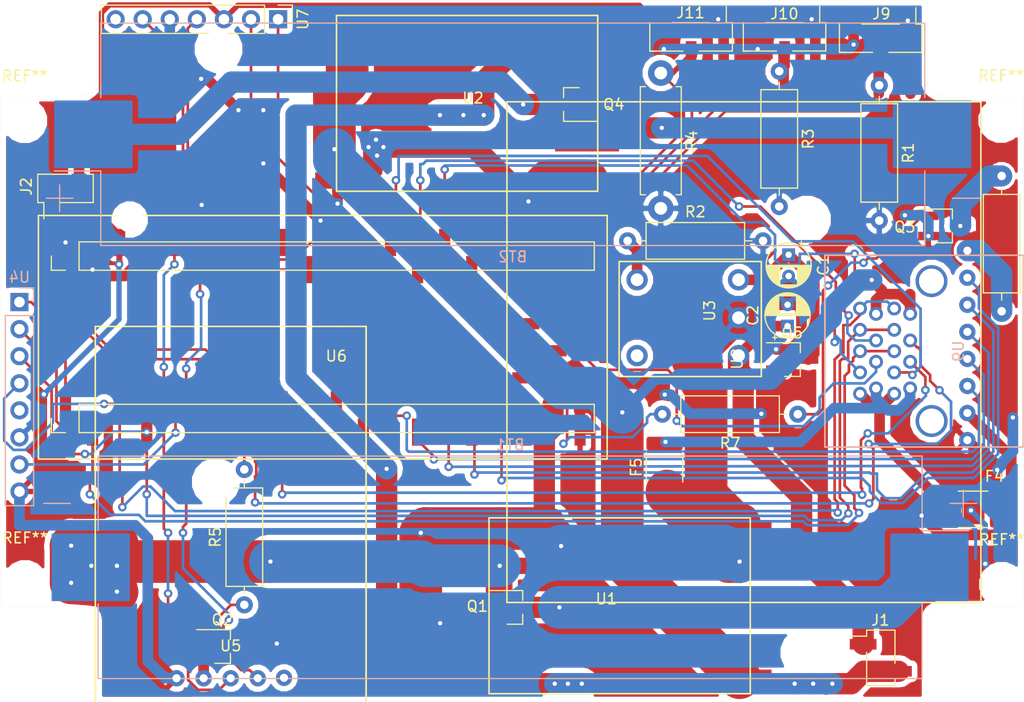
<source format=kicad_pcb>
(kicad_pcb (version 20171130) (host pcbnew "(5.0.2)-1")
  (layers (0 F.Cu signal hide) (31 B.Cu signal) (34 B.Paste user) (35 F.Paste user) (36 B.SilkS user) (37 F.SilkS user) (38 B.Mask user) (39 F.Mask user) (44 Edge.Cuts user))
  (net 0 "")
  (net 1 "Net-(BT1-Pad1)")
  (net 2 "Net-(BT1-Pad2)")
  (net 3 GND)
  (net 4 +3V3)
  (net 5 "Net-(Q2-Pad2)")
  (net 6 "Net-(Q2-Pad1)")
  (net 7 "Net-(BT2-Pad2)")
  (net 8 "Net-(BT2-Pad1)")
  (net 9 "Net-(C1-Pad1)")
  (net 10 +5V)
  (net 11 "Net-(J9-Pad2)")
  (net 12 "Net-(J10-Pad2)")
  (net 13 "Net-(J11-Pad2)")
  (net 14 "Net-(Q3-Pad3)")
  (net 15 "Net-(Q3-Pad1)")
  (net 16 "Net-(R2-Pad1)")
  (net 17 "Net-(R5-Pad2)")
  (net 18 "Net-(R6-Pad2)")
  (net 19 "Net-(R7-Pad2)")
  (net 20 "Net-(U4-Pad1)")
  (net 21 "Net-(U4-Pad7)")
  (net 22 "Net-(U5-Pad2)")
  (net 23 "Net-(U5-Pad3)")
  (net 24 "Net-(U6-Pad11)")
  (net 25 "Net-(U6-Pad12)")
  (net 26 "Net-(U6-Pad10)")
  (net 27 "Net-(U6-Pad9)")
  (net 28 "Net-(U6-Pad24)")
  (net 29 "Net-(U6-Pad28)")
  (net 30 "Net-(U6-Pad25)")
  (net 31 "Net-(C2-Pad1)")
  (net 32 SCK)
  (net 33 MOSI)
  (net 34 MISO)
  (net 35 CS1)
  (net 36 CS2)
  (net 37 CS3)
  (net 38 CS4)
  (net 39 "Net-(J1-Pad2)")
  (net 40 "Net-(U6-Pad27)")
  (net 41 "Net-(U6-Pad26)")
  (net 42 "Net-(Q1-Pad2)")
  (net 43 "Net-(Q4-Pad2)")
  (net 44 USB_3V)
  (net 45 USB_GND)
  (net 46 "Net-(J2-Pad2)")
  (net 47 "Net-(J2-Pad1)")
  (net 48 USB_DM)
  (net 49 USB_DP)
  (module Resistor_SMD:R_1812_4532Metric_Pad1.30x3.40mm_HandSolder (layer F.Cu) (at 153.7 120.8 180)
    (fp_text reference F4 (at -2 3.1 180) (layer F.SilkS))
    (fp_text value "1 A")
    (pad 1 smd roundrect (at -2.225 0 180) (size 1.3 3.4) (layers F.Cu F.Paste F.Mask) (roundrect_rratio 0.192308) (net 4 +3V3))
    (pad 2 smd roundrect (at 2.225 0 180) (size 1.3 3.4) (layers F.Cu F.Paste F.Mask) (roundrect_rratio 0.192308) (net 44 USB_3V))
  )
  (module Battery:BatteryHolder_Keystone_1042_1x18650 (layer B.Cu) (at 110.53 85.598)
    (fp_text reference BT2 (at 0 11.5) (layer B.SilkS) (effects (justify mirror)))
    (fp_text value Battery_Cell hide)
    (pad "" np_thru_hole circle (at -35.93 8) (size 2.39 2.39) (drill 2.39) (layers *.Cu *.Mask))
    (pad "" np_thru_hole circle (at -27.6 -8) (size 3.45 3.45) (drill 3.45) (layers *.Cu *.Mask))
    (pad "" np_thru_hole circle (at 27.6 8) (size 3.45 3.45) (drill 3.45) (layers *.Cu *.Mask))
    (pad 2 smd rect (at 39.33 0) (size 7.34 6.35) (layers B.Cu B.Paste B.Mask) (net 7 "Net-(BT2-Pad2)"))
    (pad 1 smd rect (at -39.33 0) (size 7.34 6.35) (layers B.Cu B.Paste B.Mask) (net 8 "Net-(BT2-Pad1)"))
  )
  (module Battery:BatteryHolder_Keystone_1042_1x18650 (layer B.Cu) (at 110.276 126.238 180)
    (fp_text reference BT1 (at 0 11.5 180) (layer B.SilkS) (effects (justify mirror)))
    (fp_text value Battery_Cell hide)
    (pad 1 smd rect (at -39.33 0 180) (size 7.34 6.35) (layers B.Cu B.Paste B.Mask) (net 1 "Net-(BT1-Pad1)"))
    (pad 2 smd rect (at 39.33 0 180) (size 7.34 6.35) (layers B.Cu B.Paste B.Mask) (net 2 "Net-(BT1-Pad2)"))
    (pad "" np_thru_hole circle (at 27.6 8 180) (size 3.45 3.45) (drill 3.45) (layers *.Cu *.Mask))
    (pad "" np_thru_hole circle (at -27.6 -8 180) (size 3.45 3.45) (drill 3.45) (layers *.Cu *.Mask))
    (pad "" np_thru_hole circle (at -35.93 8 180) (size 2.39 2.39) (drill 2.39) (layers *.Cu *.Mask))
  )
  (module Resistor_SMD:R_1812_4532Metric_Pad1.30x3.40mm_HandSolder (layer F.Cu) (at 124.76 116.855 90)
    (fp_text reference F5 (at 0 -2.65 90) (layer F.SilkS))
    (fp_text value "3 A")
    (pad 2 smd roundrect (at 2.225 0 90) (size 1.3 3.4) (layers F.Cu F.Paste F.Mask) (roundrect_rratio 0.192308) (net 45 USB_GND))
    (pad 1 smd roundrect (at -2.225 0 90) (size 1.3 3.4) (layers F.Cu F.Paste F.Mask) (roundrect_rratio 0.192308) (net 3 GND))
  )
  (module Package_TO_SOT_SMD:SOT-23_Handsoldering (layer F.Cu) (at 110.7 130)
    (fp_text reference Q1 (at -3.5 -0.1) (layer F.SilkS))
    (fp_text value Q_PMOS_GSD)
    (pad 1 smd rect (at -1.5 -0.95) (size 1.9 0.8) (layers F.Cu F.Paste F.Mask) (net 2 "Net-(BT1-Pad2)"))
    (pad 2 smd rect (at -1.5 0.95) (size 1.9 0.8) (layers F.Cu F.Paste F.Mask) (net 42 "Net-(Q1-Pad2)"))
    (pad 3 smd rect (at 1.5 0) (size 1.9 0.8) (layers F.Cu F.Paste F.Mask) (net 1 "Net-(BT1-Pad1)"))
  )
  (module Package_TO_SOT_SMD:SOT-23_Handsoldering (layer F.Cu) (at 83.288 133.67)
    (fp_text reference Q2 (at 0 -2.5) (layer F.SilkS))
    (fp_text value Q_NMOS_GDS hide)
    (pad 1 smd rect (at -1.5 -0.95) (size 1.9 0.8) (layers F.Cu F.Paste F.Mask) (net 6 "Net-(Q2-Pad1)"))
    (pad 2 smd rect (at -1.5 0.95) (size 1.9 0.8) (layers F.Cu F.Paste F.Mask) (net 5 "Net-(Q2-Pad2)"))
    (pad 3 smd rect (at 1.5 0) (size 1.9 0.8) (layers F.Cu F.Paste F.Mask) (net 3 GND))
  )
  (module Package_TO_SOT_SMD:SOT-23_Handsoldering (layer F.Cu) (at 151 94.2)
    (fp_text reference Q3 (at -3.7 0.1) (layer F.SilkS))
    (fp_text value Q_NMOS_GDS hide)
    (pad 3 smd rect (at 1.5 0) (size 1.9 0.8) (layers F.Cu F.Paste F.Mask) (net 14 "Net-(Q3-Pad3)"))
    (pad 2 smd rect (at -1.5 0.95) (size 1.9 0.8) (layers F.Cu F.Paste F.Mask) (net 4 +3V3))
    (pad 1 smd rect (at -1.5 -0.95) (size 1.9 0.8) (layers F.Cu F.Paste F.Mask) (net 15 "Net-(Q3-Pad1)"))
  )
  (module Connector_PinHeader_2.54mm:PinHeader_1x08_P2.54mm_Vertical (layer B.Cu) (at 64.262 101.346 180)
    (fp_text reference U4 (at 0 2.33 180) (layer B.SilkS) (effects (justify mirror)))
    (fp_text value RFID)
    (pad 1 thru_hole rect (at 0 0 180) (size 1.7 1.7) (drill 1) (layers *.Cu *.Mask) (net 20 "Net-(U4-Pad1)"))
    (pad 2 thru_hole oval (at 0 -2.54 180) (size 1.7 1.7) (drill 1) (layers *.Cu *.Mask) (net 32 SCK))
    (pad 3 thru_hole oval (at 0 -5.08 180) (size 1.7 1.7) (drill 1) (layers *.Cu *.Mask) (net 33 MOSI))
    (pad 4 thru_hole oval (at 0 -7.62 180) (size 1.7 1.7) (drill 1) (layers *.Cu *.Mask) (net 34 MISO))
    (pad 5 thru_hole oval (at 0 -10.16 180) (size 1.7 1.7) (drill 1) (layers *.Cu *.Mask))
    (pad 6 thru_hole oval (at 0 -12.7 180) (size 1.7 1.7) (drill 1) (layers *.Cu *.Mask) (net 3 GND))
    (pad 7 thru_hole oval (at 0 -15.24 180) (size 1.7 1.7) (drill 1) (layers *.Cu *.Mask) (net 21 "Net-(U4-Pad7)"))
    (pad 8 thru_hole oval (at 0 -17.78 180) (size 1.7 1.7) (drill 1) (layers *.Cu *.Mask) (net 4 +3V3))
  )
  (module Connector_PinHeader_2.54mm:PinHeader_1x02_P2.54mm_Vertical_SMD_Pin1Left (layer F.Cu) (at 145.045 134.73)
    (fp_text reference J1 (at -0.045 -3.53) (layer F.SilkS))
    (fp_text value Switch)
    (pad 1 smd rect (at -1.655 -1.27) (size 2.51 1) (layers F.Cu F.Paste F.Mask) (net 31 "Net-(C2-Pad1)"))
    (pad 2 smd rect (at 1.655 1.27) (size 2.51 1) (layers F.Cu F.Paste F.Mask) (net 39 "Net-(J1-Pad2)"))
  )
  (module Connector_PinHeader_2.54mm:PinHeader_1x02_P2.54mm_Vertical_SMD_Pin1Left (layer F.Cu) (at 68.58 90.678 90)
    (fp_text reference J2 (at 0.178 -3.68 90) (layer F.SilkS))
    (fp_text value Program)
    (pad 2 smd rect (at 1.655 1.27 90) (size 2.51 1) (layers F.Cu F.Paste F.Mask) (net 46 "Net-(J2-Pad2)"))
    (pad 1 smd rect (at -1.655 -1.27 90) (size 2.51 1) (layers F.Cu F.Paste F.Mask) (net 47 "Net-(J2-Pad1)"))
  )
  (module Package_TO_SOT_SMD:SOT-23_Handsoldering (layer F.Cu) (at 116.054 82.804 180)
    (fp_text reference Q4 (at -3.946 0.004 180) (layer F.SilkS))
    (fp_text value Q_PMOS_GSD hide)
    (pad 3 smd rect (at 1.5 0 180) (size 1.9 0.8) (layers F.Cu F.Paste F.Mask) (net 8 "Net-(BT2-Pad1)"))
    (pad 2 smd rect (at -1.5 0.95 180) (size 1.9 0.8) (layers F.Cu F.Paste F.Mask) (net 43 "Net-(Q4-Pad2)"))
    (pad 1 smd rect (at -1.5 -0.95 180) (size 1.9 0.8) (layers F.Cu F.Paste F.Mask) (net 7 "Net-(BT2-Pad2)"))
  )
  (module Package_TO_SOT_SMD:SOT-23_Handsoldering (layer F.Cu) (at 136.735555 106.742969)
    (fp_text reference Q5 (at 0 -2.5) (layer F.SilkS))
    (fp_text value Q_PMOS_GSD)
    (pad 1 smd rect (at -1.5 -0.95) (size 1.9 0.8) (layers F.Cu F.Paste F.Mask) (net 3 GND))
    (pad 2 smd rect (at -1.5 0.95) (size 1.9 0.8) (layers F.Cu F.Paste F.Mask) (net 4 +3V3))
    (pad 3 smd rect (at 1.5 0) (size 1.9 0.8) (layers F.Cu F.Paste F.Mask) (net 9 "Net-(C1-Pad1)"))
  )
  (module Connector_PinHeader_2.54mm:PinHeader_1x07_P2.54mm_Vertical (layer F.Cu) (at 88.519 74.803 270)
    (fp_text reference U7 (at 0 -2.33 270) (layer F.SilkS))
    (fp_text value SD)
    (pad 1 thru_hole rect (at 0 0 270) (size 1.7 1.7) (drill 1) (layers *.Cu *.Mask) (net 25 "Net-(U6-Pad12)"))
    (pad 2 thru_hole oval (at 0 2.54 270) (size 1.7 1.7) (drill 1) (layers *.Cu *.Mask) (net 27 "Net-(U6-Pad9)"))
    (pad 3 thru_hole oval (at 0 5.08 270) (size 1.7 1.7) (drill 1) (layers *.Cu *.Mask) (net 4 +3V3))
    (pad 4 thru_hole oval (at 0 7.62 270) (size 1.7 1.7) (drill 1) (layers *.Cu *.Mask) (net 24 "Net-(U6-Pad11)"))
    (pad 5 thru_hole oval (at 0 10.16 270) (size 1.7 1.7) (drill 1) (layers *.Cu *.Mask) (net 3 GND))
    (pad 6 thru_hole oval (at 0 12.7 270) (size 1.7 1.7) (drill 1) (layers *.Cu *.Mask) (net 26 "Net-(U6-Pad10)"))
    (pad 7 thru_hole oval (at 0 15.24 270) (size 1.7 1.7) (drill 1) (layers *.Cu *.Mask))
  )
  (module Connector_PinHeader_2.54mm:PinHeader_1x03_P2.54mm_Vertical_SMD_Pin1Left (layer F.Cu) (at 145.034 76.581 270)
    (fp_text reference J9 (at -2.281 -0.066) (layer F.SilkS))
    (fp_text value "Button 1")
    (pad 1 smd rect (at -1.655 -2.54 270) (size 2.51 1) (layers F.Cu F.Paste F.Mask) (net 3 GND))
    (pad 3 smd rect (at -1.655 2.54 270) (size 2.51 1) (layers F.Cu F.Paste F.Mask) (net 4 +3V3))
    (pad 2 smd rect (at 1.655 0 270) (size 2.51 1) (layers F.Cu F.Paste F.Mask) (net 11 "Net-(J9-Pad2)"))
  )
  (module Connector_PinHeader_2.54mm:PinHeader_1x03_P2.54mm_Vertical_SMD_Pin1Left (layer F.Cu) (at 136.017 76.454 270)
    (fp_text reference J10 (at -2.154 0.017) (layer F.SilkS))
    (fp_text value "Button 2")
    (pad 2 smd rect (at 1.655 0 270) (size 2.51 1) (layers F.Cu F.Paste F.Mask) (net 12 "Net-(J10-Pad2)"))
    (pad 3 smd rect (at -1.655 2.54 270) (size 2.51 1) (layers F.Cu F.Paste F.Mask) (net 4 +3V3))
    (pad 1 smd rect (at -1.655 -2.54 270) (size 2.51 1) (layers F.Cu F.Paste F.Mask) (net 3 GND))
  )
  (module Connector_PinHeader_2.54mm:PinHeader_1x03_P2.54mm_Vertical_SMD_Pin1Left (layer F.Cu) (at 127.254 76.458 270)
    (fp_text reference J11 (at -2.258 0.054) (layer F.SilkS))
    (fp_text value "Button 3")
    (pad 1 smd rect (at -1.655 -2.54 270) (size 2.51 1) (layers F.Cu F.Paste F.Mask) (net 3 GND))
    (pad 3 smd rect (at -1.655 2.54 270) (size 2.51 1) (layers F.Cu F.Paste F.Mask) (net 4 +3V3))
    (pad 2 smd rect (at 1.655 0 270) (size 2.51 1) (layers F.Cu F.Paste F.Mask) (net 13 "Net-(J11-Pad2)"))
  )
  (module Battery_Charger:Battery_Charger (layer F.Cu) (at 119.3 129.1 180)
    (fp_text reference U1 (at 0 -0.1 180) (layer F.SilkS))
    (fp_text value Charger)
    (pad 5 smd rect (at 10 3 180) (size 6 1.524) (layers F.Cu F.Paste F.Mask) (net 2 "Net-(BT1-Pad2)"))
    (pad 4 smd rect (at 10 -4.5 180) (size 6 1.524) (layers F.Cu F.Paste F.Mask) (net 42 "Net-(Q1-Pad2)"))
    (pad 3 smd rect (at 10 -7.5 180) (size 6 1.524) (layers F.Cu F.Paste F.Mask) (net 39 "Net-(J1-Pad2)"))
    (pad 6 smd rect (at 10 6.5 180) (size 6 1.524) (layers F.Cu F.Paste F.Mask) (net 3 GND))
    (pad 2 smd rect (at -12.5 -7.5 180) (size 6 1.524) (layers F.Cu F.Paste F.Mask) (net 10 +5V))
    (pad 1 smd rect (at -12.5 6.5 180) (size 6 1.524) (layers F.Cu F.Paste F.Mask) (net 3 GND))
  )
  (module Battery_Charger:Battery_Charger (layer F.Cu) (at 107.496 83.446)
    (fp_text reference U2 (at -0.696 -1.246) (layer F.SilkS))
    (fp_text value Charger)
    (pad 1 smd rect (at -12.5 6.5) (size 6 1.524) (layers F.Cu F.Paste F.Mask) (net 3 GND))
    (pad 2 smd rect (at -12.5 -7.5) (size 6 1.524) (layers F.Cu F.Paste F.Mask) (net 10 +5V))
    (pad 6 smd rect (at 10 6.5) (size 6 1.524) (layers F.Cu F.Paste F.Mask) (net 3 GND))
    (pad 3 smd rect (at 10 -7.5) (size 6 1.524) (layers F.Cu F.Paste F.Mask) (net 39 "Net-(J1-Pad2)"))
    (pad 4 smd rect (at 10 -4.5) (size 6 1.524) (layers F.Cu F.Paste F.Mask) (net 43 "Net-(Q4-Pad2)"))
    (pad 5 smd rect (at 10 3) (size 6 1.524) (layers F.Cu F.Paste F.Mask) (net 7 "Net-(BT2-Pad2)"))
  )
  (module Blue_pill:Blue_pill (layer F.Cu) (at 93.98 105.918)
    (fp_text reference U6 (at 0 0.5) (layer F.SilkS))
    (fp_text value Blue_Pill)
    (pad 18 smd rect (at 17.78 -7.62 90) (size 2.55 1.05) (layers F.Cu F.Paste F.Mask) (net 12 "Net-(J10-Pad2)"))
    (pad 11 smd rect (at 0 -10.17 90) (size 2.55 1.05) (layers F.Cu F.Paste F.Mask) (net 24 "Net-(U6-Pad11)"))
    (pad 8 smd rect (at -7.62 -7.62 90) (size 2.55 1.05) (layers F.Cu F.Paste F.Mask))
    (pad 20 smd rect (at 22.86 -7.62 90) (size 2.55 1.05) (layers F.Cu F.Paste F.Mask))
    (pad 17 smd rect (at 15.24 -10.17 90) (size 2.55 1.05) (layers F.Cu F.Paste F.Mask) (net 11 "Net-(J9-Pad2)"))
    (pad 6 smd rect (at -12.7 -7.62 90) (size 2.55 1.05) (layers F.Cu F.Paste F.Mask) (net 22 "Net-(U5-Pad2)"))
    (pad 1 smd rect (at -25.4 -10.17 90) (size 2.55 1.05) (layers F.Cu F.Paste F.Mask) (net 3 GND))
    (pad 12 smd rect (at 2.54 -7.62 90) (size 2.55 1.05) (layers F.Cu F.Paste F.Mask) (net 25 "Net-(U6-Pad12)"))
    (pad 2 smd rect (at -22.86 -7.62 90) (size 2.55 1.05) (layers F.Cu F.Paste F.Mask) (net 3 GND))
    (pad 10 smd rect (at -2.54 -7.62 90) (size 2.55 1.05) (layers F.Cu F.Paste F.Mask) (net 26 "Net-(U6-Pad10)"))
    (pad 4 smd rect (at -17.78 -7.62 90) (size 2.55 1.05) (layers F.Cu F.Paste F.Mask))
    (pad 19 smd rect (at 20.32 -10.17 90) (size 2.55 1.05) (layers F.Cu F.Paste F.Mask) (net 13 "Net-(J11-Pad2)"))
    (pad 7 smd rect (at -10.16 -10.17 90) (size 2.55 1.05) (layers F.Cu F.Paste F.Mask) (net 17 "Net-(R5-Pad2)"))
    (pad 14 smd rect (at 7.62 -7.62 90) (size 2.55 1.05) (layers F.Cu F.Paste F.Mask) (net 36 CS2))
    (pad 3 smd rect (at -20.32 -10.17 90) (size 2.55 1.05) (layers F.Cu F.Paste F.Mask) (net 4 +3V3))
    (pad 15 smd rect (at 10.16 -10.17 90) (size 2.55 1.05) (layers F.Cu F.Paste F.Mask) (net 37 CS3))
    (pad 13 smd rect (at 5.08 -10.17 90) (size 2.55 1.05) (layers F.Cu F.Paste F.Mask) (net 35 CS1))
    (pad 5 smd rect (at -15.24 -10.17 90) (size 2.55 1.05) (layers F.Cu F.Paste F.Mask) (net 23 "Net-(U5-Pad3)"))
    (pad 16 smd rect (at 12.7 -7.62 90) (size 2.55 1.05) (layers F.Cu F.Paste F.Mask) (net 38 CS4))
    (pad 9 smd rect (at -5.08 -10.17 90) (size 2.55 1.05) (layers F.Cu F.Paste F.Mask) (net 27 "Net-(U6-Pad9)"))
    (pad 23 smd rect (at 17.78 7.63 90) (size 2.55 1.05) (layers F.Cu F.Paste F.Mask))
    (pad 30 smd rect (at 0 5.075 90) (size 2.55 1.05) (layers F.Cu F.Paste F.Mask))
    (pad 33 smd rect (at -7.62 7.63 90) (size 2.55 1.05) (layers F.Cu F.Paste F.Mask) (net 48 USB_DM))
    (pad 21 smd rect (at 22.86 7.63 90) (size 2.55 1.05) (layers F.Cu F.Paste F.Mask) (net 4 +3V3))
    (pad 24 smd rect (at 15.24 5.075 90) (size 2.55 1.05) (layers F.Cu F.Paste F.Mask) (net 28 "Net-(U6-Pad24)"))
    (pad 35 smd rect (at -12.7 7.63 90) (size 2.55 1.05) (layers F.Cu F.Paste F.Mask) (net 47 "Net-(J2-Pad1)"))
    (pad 40 smd rect (at -25.4 5.075 90) (size 2.55 1.05) (layers F.Cu F.Paste F.Mask) (net 20 "Net-(U4-Pad1)"))
    (pad 29 smd rect (at 2.54 7.63 90) (size 2.55 1.05) (layers F.Cu F.Paste F.Mask))
    (pad 39 smd rect (at -22.86 7.63 90) (size 2.55 1.05) (layers F.Cu F.Paste F.Mask) (net 32 SCK))
    (pad 31 smd rect (at -2.54 7.63 90) (size 2.55 1.05) (layers F.Cu F.Paste F.Mask))
    (pad 37 smd rect (at -17.78 7.63 90) (size 2.55 1.05) (layers F.Cu F.Paste F.Mask) (net 33 MOSI))
    (pad 22 smd rect (at 20.32 5.075 90) (size 2.55 1.05) (layers F.Cu F.Paste F.Mask) (net 3 GND))
    (pad 34 smd rect (at -10.16 5.075 90) (size 2.55 1.05) (layers F.Cu F.Paste F.Mask) (net 46 "Net-(J2-Pad2)"))
    (pad 27 smd rect (at 7.62 7.63 90) (size 2.55 1.05) (layers F.Cu F.Paste F.Mask) (net 40 "Net-(U6-Pad27)"))
    (pad 38 smd rect (at -20.32 5.075 90) (size 2.55 1.05) (layers F.Cu F.Paste F.Mask) (net 34 MISO))
    (pad 26 smd rect (at 10.16 5.075 90) (size 2.55 1.05) (layers F.Cu F.Paste F.Mask) (net 41 "Net-(U6-Pad26)"))
    (pad 28 smd rect (at 5.08 5.075 90) (size 2.55 1.05) (layers F.Cu F.Paste F.Mask) (net 29 "Net-(U6-Pad28)"))
    (pad 36 smd rect (at -15.24 5.075 90) (size 2.55 1.05) (layers F.Cu F.Paste F.Mask) (net 21 "Net-(U4-Pad7)"))
    (pad 25 smd rect (at 12.7 7.63 90) (size 2.55 1.05) (layers F.Cu F.Paste F.Mask) (net 30 "Net-(U6-Pad25)"))
    (pad 32 smd rect (at -5.08 5.075 90) (size 2.55 1.05) (layers F.Cu F.Paste F.Mask) (net 49 USB_DP))
    (pad 41 smd rect (at 20.33 -5.08) (size 2.55 1.05) (layers F.Cu F.Paste F.Mask))
    (pad 42 smd rect (at 17.78 -2.54) (size 2.55 1.05) (layers F.Cu F.Paste F.Mask))
    (pad 43 smd rect (at 20.33 0) (size 2.55 1.05) (layers F.Cu F.Paste F.Mask) (net 19 "Net-(R7-Pad2)"))
    (pad 44 smd rect (at 17.78 2.54) (size 2.55 1.05) (layers F.Cu F.Paste F.Mask))
  )
  (module Capacitor_THT:CP_Radial_D4.0mm_P2.00mm (layer F.Cu) (at 136.4 96.9 270)
    (fp_text reference C1 (at 1 -3.25 270) (layer F.SilkS))
    (fp_text value "47 uF")
    (pad 1 thru_hole rect (at 0 0 270) (size 1.2 1.2) (drill 0.6) (layers *.Cu *.Mask) (net 9 "Net-(C1-Pad1)"))
    (pad 2 thru_hole circle (at 2 0 270) (size 1.2 1.2) (drill 0.6) (layers *.Cu *.Mask) (net 3 GND))
  )
  (module Capacitor_THT:CP_Radial_D4.0mm_P2.00mm (layer F.Cu) (at 136.3 103.6 90)
    (fp_text reference C2 (at 1 -3.25 90) (layer F.SilkS))
    (fp_text value "47 uF")
    (pad 2 thru_hole circle (at 2 0 90) (size 1.2 1.2) (drill 0.6) (layers *.Cu *.Mask) (net 3 GND))
    (pad 1 thru_hole rect (at 0 0 90) (size 1.2 1.2) (drill 0.6) (layers *.Cu *.Mask) (net 31 "Net-(C2-Pad1)"))
  )
  (module Resistor_THT:R_Axial_DIN0309_L9.0mm_D3.2mm_P12.70mm_Horizontal (layer F.Cu) (at 144.9 81 270)
    (fp_text reference R1 (at 6.35 -2.72 270) (layer F.SilkS))
    (fp_text value "10 k")
    (pad 1 thru_hole circle (at 0 0 270) (size 1.6 1.6) (drill 0.8) (layers *.Cu *.Mask) (net 11 "Net-(J9-Pad2)"))
    (pad 2 thru_hole oval (at 12.7 0 270) (size 1.6 1.6) (drill 0.8) (layers *.Cu *.Mask) (net 3 GND))
  )
  (module Resistor_THT:R_Axial_DIN0309_L9.0mm_D3.2mm_P12.70mm_Horizontal (layer F.Cu) (at 121.3 95.6)
    (fp_text reference R2 (at 6.35 -2.72) (layer F.SilkS))
    (fp_text value 475)
    (pad 2 thru_hole oval (at 12.7 0) (size 1.6 1.6) (drill 0.8) (layers *.Cu *.Mask) (net 3 GND))
    (pad 1 thru_hole circle (at 0 0) (size 1.6 1.6) (drill 0.8) (layers *.Cu *.Mask) (net 16 "Net-(R2-Pad1)"))
  )
  (module Resistor_THT:R_Axial_DIN0309_L9.0mm_D3.2mm_P12.70mm_Horizontal (layer F.Cu) (at 135.52 79.68 270)
    (fp_text reference R3 (at 6.35 -2.72 270) (layer F.SilkS))
    (fp_text value "10 k")
    (pad 1 thru_hole circle (at 0 0 270) (size 1.6 1.6) (drill 0.8) (layers *.Cu *.Mask) (net 12 "Net-(J10-Pad2)"))
    (pad 2 thru_hole oval (at 12.7 0 270) (size 1.6 1.6) (drill 0.8) (layers *.Cu *.Mask) (net 3 GND))
  )
  (module Resistor_THT:R_Axial_DIN0411_L9.9mm_D3.6mm_P12.70mm_Horizontal (layer F.Cu) (at 124.41 79.85 270)
    (fp_text reference R4 (at 6.35 -2.92 270) (layer F.SilkS))
    (fp_text value "10 k")
    (pad 1 thru_hole circle (at 0 0 270) (size 2.4 2.4) (drill 1.2) (layers *.Cu *.Mask) (net 13 "Net-(J11-Pad2)"))
    (pad 2 thru_hole oval (at 12.7 0 270) (size 2.4 2.4) (drill 1.2) (layers *.Cu *.Mask) (net 3 GND))
  )
  (module Resistor_THT:R_Axial_DIN0309_L9.0mm_D3.2mm_P12.70mm_Horizontal (layer F.Cu) (at 85.35 129.76 90)
    (fp_text reference R5 (at 6.35 -2.72 90) (layer F.SilkS))
    (fp_text value 100)
    (pad 1 thru_hole circle (at 0 0 90) (size 1.6 1.6) (drill 0.8) (layers *.Cu *.Mask) (net 6 "Net-(Q2-Pad1)"))
    (pad 2 thru_hole oval (at 12.7 0 90) (size 1.6 1.6) (drill 0.8) (layers *.Cu *.Mask) (net 17 "Net-(R5-Pad2)"))
  )
  (module Resistor_THT:R_Axial_DIN0309_L9.0mm_D3.2mm_P12.70mm_Horizontal (layer F.Cu) (at 156.38 89.51 270)
    (fp_text reference R6 (at 6.35 -2.72 270) (layer F.SilkS))
    (fp_text value 1k)
    (pad 2 thru_hole oval (at 12.7 0 270) (size 1.6 1.6) (drill 0.8) (layers *.Cu *.Mask) (net 18 "Net-(R6-Pad2)"))
    (pad 1 thru_hole circle (at 0 0 270) (size 1.6 1.6) (drill 0.8) (layers *.Cu *.Mask) (net 14 "Net-(Q3-Pad3)"))
  )
  (module Resistor_THT:R_Axial_DIN0309_L9.0mm_D3.2mm_P12.70mm_Horizontal (layer F.Cu) (at 137.26 111.87 180)
    (fp_text reference R7 (at 6.35 -2.72 180) (layer F.SilkS))
    (fp_text value 100)
    (pad 2 thru_hole oval (at 12.7 0 180) (size 1.6 1.6) (drill 0.8) (layers *.Cu *.Mask) (net 19 "Net-(R7-Pad2)"))
    (pad 1 thru_hole circle (at 0 0 180) (size 1.6 1.6) (drill 0.8) (layers *.Cu *.Mask) (net 15 "Net-(Q3-Pad1)"))
  )
  (module Regulator:Regulator (layer F.Cu) (at 129.393555 101.982969 90)
    (fp_text reference U3 (at -0.17272 -0.40386 90) (layer F.SilkS))
    (fp_text value Regulator)
    (pad 1 thru_hole circle (at -4.3942 2.3114 90) (size 2 2) (drill 1.2) (layers *.Cu *.Mask) (net 31 "Net-(C2-Pad1)"))
    (pad 5 thru_hole circle (at -0.83312 2.30886 90) (size 2 2) (drill 1.2) (layers *.Cu *.Mask) (net 3 GND))
    (pad 4 thru_hole circle (at 2.72796 2.3114 90) (size 2 2) (drill 1.2) (layers *.Cu *.Mask) (net 9 "Net-(C1-Pad1)"))
    (pad 2 thru_hole circle (at -4.3942 -7.20852 90) (size 2 2) (drill 1.2) (layers *.Cu *.Mask))
    (pad 3 thru_hole circle (at 2.7305 -7.20598 90) (size 2 2) (drill 1.2) (layers *.Cu *.Mask) (net 16 "Net-(R2-Pad1)"))
  )
  (module GPS:GPS (layer F.Cu) (at 84.074 134.112 180)
    (fp_text reference U5 (at 0 0.5 180) (layer F.SilkS))
    (fp_text value GPS)
    (pad 1 thru_hole circle (at -5 -2.5 180) (size 1.524 1.524) (drill 0.762) (layers *.Cu *.Mask))
    (pad 2 thru_hole circle (at -2.54 -2.54 180) (size 1.524 1.524) (drill 0.762) (layers *.Cu *.Mask) (net 22 "Net-(U5-Pad2)"))
    (pad 3 thru_hole circle (at 0 -2.54 180) (size 1.524 1.524) (drill 0.762) (layers *.Cu *.Mask) (net 23 "Net-(U5-Pad3)"))
    (pad 4 thru_hole circle (at 2.54 -2.54 180) (size 1.524 1.524) (drill 0.762) (layers *.Cu *.Mask) (net 5 "Net-(Q2-Pad2)"))
    (pad 5 thru_hole circle (at 5.08 -2.54 180) (size 1.524 1.524) (drill 0.762) (layers *.Cu *.Mask) (net 4 +3V3))
  )
  (module Display:Display (layer F.Cu) (at 155.702 106.68 270)
    (fp_text reference U8 (at 0 24.13 270) (layer F.SilkS))
    (fp_text value Display)
    (pad 1 thru_hole circle (at -10.16 2.54 270) (size 1.524 1.524) (drill 0.762) (layers *.Cu *.Mask) (net 18 "Net-(R6-Pad2)"))
    (pad 2 thru_hole circle (at -7.62 2.54 270) (size 1.524 1.524) (drill 0.762) (layers *.Cu *.Mask) (net 28 "Net-(U6-Pad24)"))
    (pad 3 thru_hole circle (at -5.08 2.54 270) (size 1.524 1.524) (drill 0.762) (layers *.Cu *.Mask) (net 30 "Net-(U6-Pad25)"))
    (pad 4 thru_hole circle (at -2.54 2.54 270) (size 1.524 1.524) (drill 0.762) (layers *.Cu *.Mask) (net 41 "Net-(U6-Pad26)"))
    (pad 5 thru_hole circle (at 0 2.54 270) (size 1.524 1.524) (drill 0.762) (layers *.Cu *.Mask) (net 40 "Net-(U6-Pad27)"))
    (pad 6 thru_hole circle (at 2.54 2.54 270) (size 1.524 1.524) (drill 0.762) (layers *.Cu *.Mask) (net 29 "Net-(U6-Pad28)"))
    (pad 7 thru_hole circle (at 5.08 2.54 270) (size 1.524 1.524) (drill 0.762) (layers *.Cu *.Mask) (net 3 GND))
    (pad 8 thru_hole circle (at 7.62 2.54 270) (size 1.524 1.524) (drill 0.762) (layers *.Cu *.Mask) (net 4 +3V3))
  )
  (module USB:USB (layer B.Cu) (at 142.8 105.95 270)
    (fp_text reference U9 (at 0 -9.525 270) (layer B.SilkS) (effects (justify mirror)))
    (fp_text value USB)
    (pad 2 thru_hole circle (at -1 -5 270) (size 1.3 1.3) (drill 0.762) (layers *.Cu *.Mask) (net 48 USB_DM))
    (pad 3 thru_hole circle (at 1 -5 270) (size 1.3 1.3) (drill 0.762) (layers *.Cu *.Mask) (net 49 USB_DP))
    (pad 4 thru_hole circle (at 3.5 -5 270) (size 1.3 1.3) (drill 0.762) (layers *.Cu *.Mask) (net 45 USB_GND))
    (pad 1 thru_hole circle (at -3.5 -5 270) (size 1.3 1.3) (drill 0.762) (layers *.Cu *.Mask) (net 10 +5V))
    (pad 7 thru_hole circle (at 0 -3.5 270) (size 1.3 1.3) (drill 0.762) (layers *.Cu *.Mask) (net 32 SCK))
    (pad 6 thru_hole circle (at 2 -3.5 270) (size 1.3 1.3) (drill 0.762) (layers *.Cu *.Mask) (net 35 CS1))
    (pad 8 thru_hole circle (at -2 -3.5 270) (size 1.3 1.3) (drill 0.762) (layers *.Cu *.Mask) (net 33 MOSI))
    (pad 5 thru_hole circle (at 4 -3.5 270) (size 1.3 1.3) (drill 0.762) (layers *.Cu *.Mask) (net 44 USB_3V))
    (pad 9 thru_hole circle (at -4 -3.5 270) (size 1.3 1.3) (drill 0.762) (layers *.Cu *.Mask) (net 34 MISO))
    (pad 10 thru_hole circle (at -3.5 -1.8 270) (size 1.3 1.3) (drill 0.762) (layers *.Cu *.Mask) (net 10 +5V))
    (pad 11 thru_hole circle (at -1 -1.8 270) (size 1.3 1.3) (drill 0.762) (layers *.Cu *.Mask) (net 37 CS3))
    (pad 13 thru_hole circle (at 3.5 -1.8 270) (size 1.3 1.3) (drill 0.762) (layers *.Cu *.Mask) (net 45 USB_GND))
    (pad 15 thru_hole circle (at 2 -0.3 270) (size 1.3 1.3) (drill 0.762) (layers *.Cu *.Mask) (net 36 CS2))
    (pad 12 thru_hole circle (at 1 -1.8 270) (size 1.3 1.3) (drill 0.762) (layers *.Cu *.Mask) (net 38 CS4))
    (pad 16 thru_hole circle (at 0 -0.3 270) (size 1.3 1.3) (drill 0.762) (layers *.Cu *.Mask) (net 32 SCK))
    (pad 17 thru_hole circle (at -2 -0.3 270) (size 1.3 1.3) (drill 0.762) (layers *.Cu *.Mask) (net 33 MOSI))
    (pad 14 thru_hole circle (at 4 -0.3 270) (size 1.3 1.3) (drill 0.762) (layers *.Cu *.Mask) (net 44 USB_3V))
    (pad 18 thru_hole circle (at -4 -0.3 270) (size 1.3 1.3) (drill 0.762) (layers *.Cu *.Mask) (net 34 MISO))
    (pad 19 thru_hole circle (at -6.57 -7 270) (size 3 3) (drill 2.35) (layers *.Cu *.Mask))
    (pad 20 thru_hole circle (at 6.56 -7.01 270) (size 3 3) (drill 2.35) (layers *.Cu *.Mask))
  )
  (module MountingHole:MountingHole_3.2mm_M3 (layer F.Cu) (at 156.31 84.29)
    (fp_text reference REF** (at 0 -4.2) (layer F.SilkS))
    (fp_text value MountingHole_3.2mm_M3)
    (pad 1 np_thru_hole circle (at 0 0) (size 3.2 3.2) (drill 3.2) (layers *.Cu *.Mask))
  )
  (module MountingHole:MountingHole_3.2mm_M3 (layer F.Cu) (at 156.38 127.84)
    (fp_text reference REF** (at 0 -4.2) (layer F.SilkS))
    (fp_text value MountingHole_3.2mm_M3)
    (pad 1 np_thru_hole circle (at 0 0) (size 3.2 3.2) (drill 3.2) (layers *.Cu *.Mask))
  )
  (module MountingHole:MountingHole_3.2mm_M3 (layer F.Cu) (at 64.78 127.68)
    (fp_text reference REF** (at 0 -4.2) (layer F.SilkS))
    (fp_text value MountingHole_3.2mm_M3)
    (pad 1 np_thru_hole circle (at 0 0) (size 3.2 3.2) (drill 3.2) (layers *.Cu *.Mask))
  )
  (module MountingHole:MountingHole_3.2mm_M3 (layer F.Cu) (at 64.75 84.32)
    (fp_text reference REF** (at 0 -4.2) (layer F.SilkS))
    (fp_text value MountingHole_3.2mm_M3)
    (pad 1 np_thru_hole circle (at 0 0) (size 3.2 3.2) (drill 3.2) (layers *.Cu *.Mask))
  )
  (gr_line (start 71.5 80.2) (end 71.5 73) (layer Edge.Cuts) (width 0.01))
  (gr_line (start 71.5 80.7) (end 71.5 80.2) (layer Edge.Cuts) (width 0.01))
  (gr_line (start 71.4 81.1) (end 71.5 80.7) (layer Edge.Cuts) (width 0.01))
  (gr_line (start 71.3 81.3) (end 71.4 81.1) (layer Edge.Cuts) (width 0.01))
  (gr_line (start 71 81.6) (end 71.3 81.3) (layer Edge.Cuts) (width 0.01))
  (gr_line (start 70.6 81.9) (end 71 81.6) (layer Edge.Cuts) (width 0.01))
  (gr_line (start 70.1 82) (end 70.6 81.9) (layer Edge.Cuts) (width 0.01))
  (gr_line (start 62.5 82) (end 70.1 82) (layer Edge.Cuts) (width 0.01))
  (gr_line (start 62.5 129.9) (end 62.5 82) (layer Edge.Cuts) (width 0.01))
  (gr_line (start 70 129.9) (end 62.5 129.9) (layer Edge.Cuts) (width 0.01))
  (gr_line (start 70.6 130) (end 70 129.9) (layer Edge.Cuts) (width 0.01))
  (gr_line (start 70.8 130.1) (end 70.6 130) (layer Edge.Cuts) (width 0.01))
  (gr_line (start 71 130.3) (end 70.8 130.1) (layer Edge.Cuts) (width 0.01))
  (gr_line (start 71.2 130.5) (end 71 130.3) (layer Edge.Cuts) (width 0.01))
  (gr_line (start 71.4 130.8) (end 71.2 130.5) (layer Edge.Cuts) (width 0.01))
  (gr_line (start 71.5 131.2) (end 71.4 130.8) (layer Edge.Cuts) (width 0.01))
  (gr_line (start 71.5 138.9) (end 71.5 131.2) (layer Edge.Cuts) (width 0.01))
  (gr_line (start 149.4 138.9) (end 71.5 138.9) (layer Edge.Cuts) (width 0.01))
  (gr_line (start 149.4 131) (end 149.4 138.9) (layer Edge.Cuts) (width 0.01))
  (gr_line (start 149.5 130.6) (end 149.4 131) (layer Edge.Cuts) (width 0.01))
  (gr_line (start 149.7 130.3) (end 149.5 130.6) (layer Edge.Cuts) (width 0.01))
  (gr_line (start 150 130.1) (end 149.7 130.3) (layer Edge.Cuts) (width 0.01))
  (gr_line (start 150.4 129.9) (end 150 130.1) (layer Edge.Cuts) (width 0.01))
  (gr_line (start 158.4 129.9) (end 150.4 129.9) (layer Edge.Cuts) (width 0.01))
  (gr_line (start 158.4 82) (end 158.4 129.9) (layer Edge.Cuts) (width 0.01))
  (gr_line (start 151 82) (end 158.4 82) (layer Edge.Cuts) (width 0.01))
  (gr_line (start 150.7 82) (end 151 82) (layer Edge.Cuts) (width 0.01))
  (gr_line (start 150.3 81.9) (end 150.7 82) (layer Edge.Cuts) (width 0.01))
  (gr_line (start 150.1 81.8) (end 150.3 81.9) (layer Edge.Cuts) (width 0.01))
  (gr_line (start 149.8 81.6) (end 150.1 81.8) (layer Edge.Cuts) (width 0.01))
  (gr_line (start 149.6 81.4) (end 149.8 81.6) (layer Edge.Cuts) (width 0.01))
  (gr_line (start 149.5 81.2) (end 149.6 81.4) (layer Edge.Cuts) (width 0.01))
  (gr_line (start 149.4 80.9) (end 149.5 81.2) (layer Edge.Cuts) (width 0.01))
  (gr_line (start 149.4 73) (end 149.4 80.9) (layer Edge.Cuts) (width 0.01))
  (gr_line (start 71.5 73) (end 149.4 73) (layer Edge.Cuts) (width 0.01))
  (segment (start 112.2 130) (end 114.9 130) (width 2) (layer F.Cu) (net 1))
  (via (at 114.9 130) (size 0.8) (drill 0.4) (layers F.Cu B.Cu) (net 1))
  (segment (start 145.844 130) (end 149.606 126.238) (width 4) (layer B.Cu) (net 1))
  (segment (start 114.9 130) (end 145.844 130) (width 4) (layer B.Cu) (net 1))
  (via (at 73.406 126.1) (size 0.8) (drill 0.4) (layers F.Cu B.Cu) (net 2))
  (segment (start 71.004 126.1) (end 73.406 126.1) (width 4) (layer F.Cu) (net 2))
  (via (at 73.406 128.524) (size 0.8) (drill 0.4) (layers F.Cu B.Cu) (net 2))
  (segment (start 73.406 128.524) (end 72.39 127.508) (width 4) (layer F.Cu) (net 2))
  (via (at 71.004 126.1) (size 0.8) (drill 0.4) (layers F.Cu B.Cu) (net 2))
  (segment (start 72.39 127.508) (end 72.39 127.486) (width 4) (layer F.Cu) (net 2))
  (segment (start 72.39 127.486) (end 71.004 126.1) (width 4) (layer F.Cu) (net 2))
  (segment (start 71.004 126.1) (end 69.11 124.206) (width 4) (layer F.Cu) (net 2))
  (via (at 69.11 124.206) (size 0.8) (drill 0.4) (layers F.Cu B.Cu) (net 2))
  (via (at 69.11 127.69499) (size 0.8) (drill 0.4) (layers F.Cu B.Cu) (net 2))
  (segment (start 71.863418 127.975144) (end 71.059516 127.841161) (width 4) (layer F.Cu) (net 2))
  (segment (start 72.857144 127.975144) (end 71.863418 127.975144) (width 4) (layer F.Cu) (net 2))
  (segment (start 73.406 128.524) (end 72.857144 127.975144) (width 4) (layer F.Cu) (net 2))
  (segment (start 69.11 124.206) (end 71.059516 127.841161) (width 4) (layer F.Cu) (net 2))
  (segment (start 71.059516 127.841161) (end 69.11 127.69499) (width 4) (layer F.Cu) (net 2))
  (segment (start 73.152 124.206) (end 69.11 124.206) (width 4) (layer F.Cu) (net 2))
  (segment (start 73.406 123.952) (end 73.152 124.206) (width 4) (layer F.Cu) (net 2))
  (segment (start 69.11 127.69499) (end 69.11 124.206) (width 4) (layer F.Cu) (net 2))
  (segment (start 109.2 126.2) (end 109.3 126.1) (width 1) (layer F.Cu) (net 2))
  (segment (start 109.2 129.05) (end 109.2 126.2) (width 1) (layer F.Cu) (net 2))
  (segment (start 109.2 129.05) (end 109.35 129.05) (width 1) (layer F.Cu) (net 2))
  (segment (start 109.35 129.05) (end 110 128.4) (width 1) (layer F.Cu) (net 2))
  (segment (start 110 128.4) (end 110 127.1) (width 1) (layer F.Cu) (net 2))
  (segment (start 109.2 129.05) (end 109.15 129.05) (width 1) (layer F.Cu) (net 2))
  (segment (start 109.15 129.05) (end 108.5 128.4) (width 1) (layer F.Cu) (net 2))
  (segment (start 108.5 128.4) (end 108.5 126.1) (width 1) (layer F.Cu) (net 2))
  (segment (start 109.3 126.1) (end 108.5 126.1) (width 2) (layer F.Cu) (net 2))
  (via (at 109.3 126.1) (size 0.8) (drill 0.4) (layers F.Cu B.Cu) (net 2))
  (segment (start 102.3 126.1) (end 101.9 125.7) (width 4) (layer B.Cu) (net 2))
  (segment (start 109.3 126.1) (end 102.3 126.1) (width 4) (layer B.Cu) (net 2))
  (via (at 87.8 125.7) (size 0.8) (drill 0.4) (layers F.Cu B.Cu) (net 2))
  (segment (start 101.9 125.7) (end 87.8 125.7) (width 4) (layer B.Cu) (net 2))
  (segment (start 71.404 125.7) (end 71.004 126.1) (width 4) (layer F.Cu) (net 2))
  (segment (start 87.8 125.7) (end 71.404 125.7) (width 4) (layer F.Cu) (net 2))
  (segment (start 73.406 126.1) (end 73.406 123.952) (width 4) (layer F.Cu) (net 2))
  (segment (start 130.302 75.311) (end 129.794 74.803) (width 1) (layer F.Cu) (net 3))
  (segment (start 130.302 81.788) (end 130.302 75.311) (width 1) (layer F.Cu) (net 3))
  (segment (start 138.9015 75.1435) (end 138.557 74.799) (width 1) (layer F.Cu) (net 3))
  (segment (start 138.9015 81.788) (end 138.9015 75.1435) (width 1) (layer F.Cu) (net 3))
  (segment (start 147.828 75.18) (end 147.574 74.926) (width 1) (layer F.Cu) (net 3))
  (segment (start 147.828 81.788) (end 147.828 75.18) (width 1) (layer F.Cu) (net 3))
  (segment (start 131.8 122.6) (end 131.8 125.704) (width 4) (layer F.Cu) (net 3))
  (via (at 131.8 125.704) (size 0.8) (drill 0.4) (layers F.Cu B.Cu) (net 3))
  (segment (start 131.8 125.704) (end 130.34101 124.24501) (width 4) (layer B.Cu) (net 3))
  (segment (start 130.34101 124.24501) (end 115.062 124.24501) (width 4) (layer B.Cu) (net 3))
  (via (at 115.062 124.24501) (size 0.8) (drill 0.4) (layers F.Cu B.Cu) (net 3))
  (segment (start 113.41699 122.6) (end 109.3 122.6) (width 4) (layer F.Cu) (net 3))
  (segment (start 115.062 124.24501) (end 113.41699 122.6) (width 4) (layer F.Cu) (net 3))
  (segment (start 131.773535 102.744969) (end 131.702415 102.816089) (width 2) (layer F.Cu) (net 3))
  (segment (start 117.496 89.946) (end 113.954 89.946) (width 4) (layer F.Cu) (net 3))
  (via (at 112 91.9) (size 0.8) (drill 0.4) (layers F.Cu B.Cu) (net 3))
  (segment (start 113.954 89.946) (end 112 91.9) (width 4) (layer F.Cu) (net 3))
  (segment (start 94.996 89.946) (end 95.454 89.946) (width 1) (layer F.Cu) (net 3))
  (via (at 97.8 87.6) (size 0.8) (drill 0.4) (layers F.Cu B.Cu) (net 3))
  (segment (start 95.454 89.946) (end 97.8 87.6) (width 1) (layer F.Cu) (net 3))
  (via (at 97 86.8) (size 0.8) (drill 0.4) (layers F.Cu B.Cu) (net 3))
  (via (at 97.7 86.1) (size 0.8) (drill 0.4) (layers F.Cu B.Cu) (net 3))
  (via (at 98.4 86.8) (size 0.8) (drill 0.4) (layers F.Cu B.Cu) (net 3))
  (segment (start 97.8 87.4) (end 98.4 86.8) (width 1) (layer F.Cu) (net 3))
  (segment (start 97.8 87.6) (end 97.8 87.4) (width 1) (layer F.Cu) (net 3))
  (segment (start 97.7 86.1) (end 98.4 86.8) (width 1) (layer F.Cu) (net 3))
  (segment (start 97 86.8) (end 97.7 86.1) (width 1) (layer F.Cu) (net 3))
  (segment (start 97 87.942) (end 94.996 89.946) (width 1) (layer F.Cu) (net 3))
  (segment (start 97 86.8) (end 97 87.942) (width 1) (layer F.Cu) (net 3))
  (segment (start 97.8 87.6) (end 97.8 89.1) (width 1) (layer F.Cu) (net 3))
  (segment (start 97.8 89.1) (end 97 89.1) (width 1) (layer F.Cu) (net 3))
  (segment (start 97 87.6) (end 97 86.8) (width 1) (layer F.Cu) (net 3))
  (segment (start 97 89.1) (end 97 87.6) (width 1) (layer F.Cu) (net 3))
  (via (at 129.794 74.803) (size 0.8) (drill 0.4) (layers F.Cu B.Cu) (net 3))
  (segment (start 132.294 74.803) (end 132.297 74.8) (width 2) (layer B.Cu) (net 3))
  (segment (start 129.794 74.803) (end 132.294 74.803) (width 2) (layer B.Cu) (net 3))
  (via (at 138.557 74.799) (size 0.8) (drill 0.4) (layers F.Cu B.Cu) (net 3))
  (segment (start 132.297 74.8) (end 138.556 74.8) (width 2) (layer B.Cu) (net 3))
  (segment (start 138.556 74.8) (end 138.557 74.799) (width 2) (layer B.Cu) (net 3))
  (segment (start 141.057 74.799) (end 141.058 74.8) (width 2) (layer B.Cu) (net 3))
  (segment (start 138.557 74.799) (end 141.057 74.799) (width 2) (layer B.Cu) (net 3))
  (via (at 147.574 74.926) (size 0.8) (drill 0.4) (layers F.Cu B.Cu) (net 3))
  (segment (start 141.058 74.8) (end 147.448 74.8) (width 2) (layer B.Cu) (net 3))
  (segment (start 147.448 74.8) (end 147.574 74.926) (width 2) (layer B.Cu) (net 3))
  (segment (start 102.3 122.6) (end 101.90001 122.99999) (width 4) (layer F.Cu) (net 3))
  (segment (start 109.3 122.6) (end 102.3 122.6) (width 4) (layer F.Cu) (net 3))
  (via (at 101.90001 122.99999) (size 0.8) (drill 0.4) (layers F.Cu B.Cu) (net 3))
  (segment (start 101.90001 122.99999) (end 101.90001 129.674514) (width 4) (layer F.Cu) (net 3))
  (segment (start 101.90001 129.674514) (end 103.712748 131.487252) (width 4) (layer F.Cu) (net 3))
  (via (at 103.712748 131.487252) (size 0.8) (drill 0.4) (layers F.Cu B.Cu) (net 3))
  (segment (start 103.712748 131.487252) (end 90.312748 131.487252) (width 4) (layer B.Cu) (net 3))
  (via (at 88.4 133.4) (size 0.8) (drill 0.4) (layers F.Cu B.Cu) (net 3))
  (segment (start 90.312748 131.487252) (end 88.4 133.4) (width 4) (layer B.Cu) (net 3))
  (segment (start 85.058 133.4) (end 84.788 133.67) (width 1) (layer F.Cu) (net 3))
  (segment (start 88.4 133.4) (end 85.058 133.4) (width 1) (layer F.Cu) (net 3))
  (segment (start 114.3 121.71699) (end 113.41699 122.6) (width 2) (layer F.Cu) (net 3))
  (segment (start 68.58 95.758) (end 71.12 98.298) (width 1) (layer F.Cu) (net 3))
  (segment (start 68.58 95.748) (end 68.58 95.758) (width 1) (layer F.Cu) (net 3))
  (via (at 71.12 98.298) (size 0.8) (drill 0.4) (layers F.Cu B.Cu) (net 3))
  (via (at 68.58 95.748) (size 0.8) (drill 0.4) (layers F.Cu B.Cu) (net 3))
  (segment (start 78.359 74.803) (end 78.359 77.459) (width 1) (layer B.Cu) (net 3))
  (via (at 81.3 80.4) (size 0.8) (drill 0.4) (layers F.Cu B.Cu) (net 3))
  (segment (start 78.359 77.459) (end 81.3 80.4) (width 1) (layer B.Cu) (net 3))
  (segment (start 81.865685 80.4) (end 84.8 83.334315) (width 1) (layer F.Cu) (net 3))
  (segment (start 81.3 80.4) (end 81.865685 80.4) (width 1) (layer F.Cu) (net 3))
  (via (at 84.8 83.334315) (size 0.8) (drill 0.4) (layers F.Cu B.Cu) (net 3))
  (segment (start 84.8 83.334315) (end 87.134315 83.334315) (width 1) (layer B.Cu) (net 3))
  (via (at 87.134315 83.334315) (size 0.8) (drill 0.4) (layers F.Cu B.Cu) (net 3))
  (segment (start 87.134315 83.334315) (end 87.134315 88.334315) (width 1) (layer F.Cu) (net 3))
  (via (at 92.5 93.7) (size 0.8) (drill 0.4) (layers F.Cu B.Cu) (net 3))
  (segment (start 87.134315 88.334315) (end 92.5 93.7) (width 1) (layer F.Cu) (net 3))
  (segment (start 92.5 93.7) (end 94.092804 92.107196) (width 1) (layer B.Cu) (net 3))
  (via (at 94.092804 92.107196) (size 0.8) (drill 0.4) (layers F.Cu B.Cu) (net 3))
  (segment (start 94.092804 90.849196) (end 94.996 89.946) (width 1) (layer F.Cu) (net 3))
  (segment (start 94.092804 92.107196) (end 94.092804 90.849196) (width 1) (layer F.Cu) (net 3))
  (segment (start 71.12 100.073) (end 71.12 98.298) (width 0.5) (layer B.Cu) (net 3))
  (segment (start 65.562001 105.630999) (end 71.12 100.073) (width 0.5) (layer B.Cu) (net 3))
  (segment (start 65.562001 112.745999) (end 65.562001 105.630999) (width 0.5) (layer B.Cu) (net 3))
  (segment (start 64.262 114.046) (end 65.562001 112.745999) (width 0.5) (layer B.Cu) (net 3))
  (segment (start 133.477 77.054) (end 133.5 77.077) (width 1) (layer F.Cu) (net 4))
  (segment (start 133.477 74.799) (end 133.477 77.054) (width 1) (layer F.Cu) (net 4))
  (via (at 133.5 77.6) (size 0.8) (drill 0.4) (layers F.Cu B.Cu) (net 4))
  (segment (start 133.5 77.077) (end 133.5 77.6) (width 1) (layer F.Cu) (net 4))
  (segment (start 133.5 77.6) (end 124.7 77.6) (width 1) (layer B.Cu) (net 4))
  (via (at 124.7 77.6) (size 0.8) (drill 0.4) (layers F.Cu B.Cu) (net 4))
  (segment (start 124.7 74.817) (end 124.714 74.803) (width 1) (layer F.Cu) (net 4))
  (segment (start 124.7 77.6) (end 124.7 74.817) (width 1) (layer F.Cu) (net 4))
  (segment (start 142.494 77.181) (end 142.5 77.187) (width 1) (layer F.Cu) (net 4))
  (segment (start 142.494 74.926) (end 142.494 77.181) (width 1) (layer F.Cu) (net 4))
  (segment (start 142.075 77.6) (end 142.494 77.181) (width 1) (layer B.Cu) (net 4))
  (segment (start 133.5 77.6) (end 142.075 77.6) (width 1) (layer B.Cu) (net 4))
  (via (at 142.494 77.181) (size 0.8) (drill 0.4) (layers F.Cu B.Cu) (net 4))
  (via (at 149.5 95.15) (size 0.8) (drill 0.4) (layers F.Cu B.Cu) (net 4))
  (segment (start 149.5 93.75) (end 148.95 93.2) (width 1) (layer B.Cu) (net 4))
  (segment (start 149.5 95.15) (end 149.5 93.75) (width 1) (layer B.Cu) (net 4))
  (via (at 147.3 93.2) (size 0.8) (drill 0.4) (layers F.Cu B.Cu) (net 4))
  (segment (start 148.95 93.2) (end 147.3 93.2) (width 1) (layer B.Cu) (net 4))
  (segment (start 77.91637 136.652) (end 76.3 135.03563) (width 1) (layer B.Cu) (net 4))
  (segment (start 78.994 136.652) (end 77.91637 136.652) (width 1) (layer B.Cu) (net 4))
  (segment (start 76.3 123.5) (end 75.9 123.1) (width 1) (layer B.Cu) (net 4))
  (segment (start 76.3 135.03563) (end 76.3 123.5) (width 1) (layer B.Cu) (net 4))
  (segment (start 75.9 123.086998) (end 75.113002 122.3) (width 1) (layer B.Cu) (net 4))
  (segment (start 75.9 123.1) (end 75.9 123.086998) (width 1) (layer B.Cu) (net 4))
  (segment (start 75.113002 122.3) (end 64.3 122.3) (width 1) (layer B.Cu) (net 4))
  (segment (start 64.262 122.262) (end 64.262 119.126) (width 1) (layer B.Cu) (net 4))
  (segment (start 64.3 122.3) (end 64.262 122.262) (width 1) (layer B.Cu) (net 4))
  (segment (start 64.262 119.126) (end 66.6 116.788) (width 0.5) (layer F.Cu) (net 4))
  (via (at 66.554989 110) (size 0.8) (drill 0.4) (layers F.Cu B.Cu) (net 4))
  (segment (start 66.6 116.788) (end 66.6 110.045011) (width 0.5) (layer F.Cu) (net 4))
  (segment (start 66.6 110.045011) (end 66.554989 110) (width 0.5) (layer F.Cu) (net 4))
  (via (at 73.6 97.8) (size 0.8) (drill 0.4) (layers F.Cu B.Cu) (net 4))
  (segment (start 66.554989 110) (end 73.6 102.954989) (width 0.5) (layer B.Cu) (net 4))
  (segment (start 73.6 102.954989) (end 73.6 97.8) (width 0.5) (layer B.Cu) (net 4))
  (segment (start 73.6 95.808) (end 73.66 95.748) (width 0.5) (layer F.Cu) (net 4))
  (segment (start 73.6 97.8) (end 73.6 95.808) (width 0.5) (layer F.Cu) (net 4))
  (segment (start 73.66 94.998) (end 73.66 95.748) (width 0.5) (layer F.Cu) (net 4))
  (segment (start 71.95501 93.29301) (end 73.66 94.998) (width 0.5) (layer F.Cu) (net 4))
  (segment (start 71.95501 74.202988) (end 71.95501 93.29301) (width 0.5) (layer F.Cu) (net 4))
  (segment (start 72.702988 73.45501) (end 71.95501 74.202988) (width 0.5) (layer F.Cu) (net 4))
  (segment (start 82.09101 73.45501) (end 72.702988 73.45501) (width 0.5) (layer F.Cu) (net 4))
  (segment (start 83.439 74.803) (end 82.09101 73.45501) (width 0.5) (layer F.Cu) (net 4))
  (segment (start 81.534 134.874) (end 81.788 134.62) (width 1) (layer F.Cu) (net 5))
  (segment (start 81.534 136.652) (end 81.534 134.874) (width 1) (layer F.Cu) (net 5))
  (segment (start 120.504 83.754) (end 121.75 85) (width 2) (layer F.Cu) (net 7))
  (segment (start 117.554 83.754) (end 120.504 83.754) (width 2) (layer F.Cu) (net 7))
  (via (at 124.5 85) (size 0.8) (drill 0.4) (layers F.Cu B.Cu) (net 7))
  (segment (start 121.75 85) (end 124.5 85) (width 2) (layer F.Cu) (net 7))
  (segment (start 149.262 85) (end 149.86 85.598) (width 2) (layer B.Cu) (net 7))
  (segment (start 124.5 85) (end 149.262 85) (width 2) (layer B.Cu) (net 7))
  (segment (start 117.146 83.754) (end 117.554 83.754) (width 1) (layer F.Cu) (net 7))
  (segment (start 116.5 84.4) (end 117.146 83.754) (width 1) (layer F.Cu) (net 7))
  (segment (start 117.496 86.446) (end 117.496 86.196) (width 1) (layer F.Cu) (net 7))
  (segment (start 117.496 86.196) (end 116.5 85.2) (width 1) (layer F.Cu) (net 7))
  (segment (start 117.554 85.154) (end 117.6 85.2) (width 1) (layer F.Cu) (net 7))
  (segment (start 117.554 83.754) (end 117.554 85.154) (width 1) (layer F.Cu) (net 7))
  (segment (start 117.6 85.2) (end 118.3 85.2) (width 1) (layer F.Cu) (net 7))
  (segment (start 117.496 86.446) (end 117.496 85.196) (width 1) (layer F.Cu) (net 7))
  (segment (start 117.496 85.196) (end 117 84.7) (width 1) (layer F.Cu) (net 7))
  (segment (start 116.5 84.4) (end 116.5 85.2) (width 1) (layer F.Cu) (net 7))
  (segment (start 117.6 85.2) (end 118.9 85.2) (width 1) (layer F.Cu) (net 7))
  (segment (start 84.157012 80.69999) (end 109.39999 80.69999) (width 2) (layer B.Cu) (net 8))
  (segment (start 71.2 85.598) (end 79.259002 85.598) (width 2) (layer B.Cu) (net 8))
  (segment (start 79.259002 85.598) (end 84.157012 80.69999) (width 2) (layer B.Cu) (net 8))
  (via (at 111.5 82.8) (size 0.8) (drill 0.4) (layers F.Cu B.Cu) (net 8))
  (segment (start 109.39999 80.69999) (end 111.5 82.8) (width 2) (layer B.Cu) (net 8))
  (segment (start 114.55 82.8) (end 114.554 82.804) (width 2) (layer F.Cu) (net 8))
  (segment (start 111.5 82.8) (end 114.55 82.8) (width 2) (layer F.Cu) (net 8))
  (segment (start 71.12 113.548) (end 71.12 115.073) (width 0.25) (layer F.Cu) (net 32))
  (segment (start 70.345 113.548) (end 71.12 113.548) (width 0.25) (layer F.Cu) (net 32))
  (segment (start 68.749998 113.548) (end 70.345 113.548) (width 0.25) (layer F.Cu) (net 32))
  (segment (start 67.729999 112.528001) (end 68.749998 113.548) (width 0.25) (layer F.Cu) (net 32))
  (segment (start 67.729999 107.353999) (end 67.729999 112.528001) (width 0.25) (layer F.Cu) (net 32))
  (segment (start 64.262 103.886) (end 67.729999 107.353999) (width 0.25) (layer F.Cu) (net 32))
  (segment (start 67.279989 109.443989) (end 67.279989 113.812499) (width 0.25) (layer F.Cu) (net 33))
  (segment (start 64.262 106.426) (end 67.279989 109.443989) (width 0.25) (layer F.Cu) (net 33))
  (segment (start 73.66 116.332) (end 73.66 110.993) (width 0.25) (layer F.Cu) (net 34))
  (via (at 72.2 110.9) (size 0.8) (drill 0.4) (layers F.Cu B.Cu) (net 34))
  (segment (start 67.398081 110.9) (end 72.2 110.9) (width 0.25) (layer B.Cu) (net 34))
  (segment (start 73.567 110.9) (end 73.66 110.993) (width 0.25) (layer F.Cu) (net 34))
  (segment (start 72.2 110.9) (end 73.567 110.9) (width 0.25) (layer F.Cu) (net 34))
  (segment (start 67.398081 112.648921) (end 67.398081 110.9) (width 0.25) (layer B.Cu) (net 34))
  (segment (start 64.826001 115.221001) (end 67.398081 112.648921) (width 0.25) (layer B.Cu) (net 34))
  (segment (start 63.697999 115.221001) (end 64.826001 115.221001) (width 0.25) (layer B.Cu) (net 34))
  (segment (start 62.83001 114.353012) (end 63.697999 115.221001) (width 0.25) (layer B.Cu) (net 34))
  (segment (start 62.83001 110.39799) (end 62.83001 114.353012) (width 0.25) (layer B.Cu) (net 34))
  (segment (start 64.262 108.966) (end 62.83001 110.39799) (width 0.25) (layer B.Cu) (net 34))
  (via (at 120.8 111.7) (size 0.8) (drill 0.4) (layers F.Cu B.Cu) (net 10))
  (segment (start 115.217997 109.413999) (end 93.8 87.996002) (width 4) (layer B.Cu) (net 10))
  (segment (start 120.8 111.7) (end 118.513999 109.413999) (width 4) (layer B.Cu) (net 10))
  (segment (start 118.513999 109.413999) (end 115.217997 109.413999) (width 4) (layer B.Cu) (net 10))
  (via (at 93.8 87.00001) (size 0.8) (drill 0.4) (layers F.Cu B.Cu) (net 10))
  (segment (start 93.8 87.996002) (end 93.8 87.00001) (width 4) (layer B.Cu) (net 10))
  (segment (start 93.8 81.904) (end 93.8 86.983999) (width 4) (layer F.Cu) (net 10))
  (segment (start 94.996 80.708) (end 93.8 81.904) (width 4) (layer F.Cu) (net 10))
  (segment (start 94.996 75.946) (end 94.996 80.708) (width 4) (layer F.Cu) (net 10))
  (segment (start 83.82 108.684) (end 83.566 108.43) (width 0.25) (layer F.Cu) (net 46))
  (segment (start 83.82 110.993) (end 83.82 108.684) (width 0.25) (layer F.Cu) (net 46))
  (segment (start 82.57251 106.68) (end 81.69251 105.8) (width 0.25) (layer F.Cu) (net 46))
  (segment (start 83.566 106.68) (end 82.57251 106.68) (width 0.25) (layer F.Cu) (net 46))
  (segment (start 81.69251 105.8) (end 72.83641 105.8) (width 0.25) (layer F.Cu) (net 46))
  (segment (start 72.83641 105.8) (end 65.25001 98.2136) (width 0.25) (layer F.Cu) (net 46))
  (segment (start 69.85 90.528) (end 69.85 89.023) (width 0.25) (layer F.Cu) (net 46))
  (segment (start 69.85 92.133002) (end 69.85 90.528) (width 0.25) (layer F.Cu) (net 46))
  (segment (start 65.25001 96.732992) (end 69.85 92.133002) (width 0.25) (layer F.Cu) (net 46))
  (segment (start 65.25001 98.2136) (end 65.25001 96.732992) (width 0.25) (layer F.Cu) (net 46))
  (segment (start 101.6 93.331) (end 101.854 93.077) (width 0.25) (layer F.Cu) (net 36))
  (segment (start 101.6 98.298) (end 101.6 93.331) (width 0.25) (layer F.Cu) (net 36))
  (segment (start 148.449999 105.599999) (end 148.525999 105.599999) (width 0.25) (layer F.Cu) (net 48))
  (segment (start 147.8 104.95) (end 148.449999 105.599999) (width 0.25) (layer F.Cu) (net 48))
  (segment (start 148.525999 105.599999) (end 148.775001 105.849001) (width 0.25) (layer F.Cu) (net 48))
  (via (at 86.36 120.142) (size 0.8) (drill 0.4) (layers F.Cu B.Cu) (net 48))
  (segment (start 86.45499 120.23699) (end 86.36 120.142) (width 0.25) (layer B.Cu) (net 48))
  (segment (start 148.775001 105.849001) (end 148.775001 107.288591) (width 0.25) (layer F.Cu) (net 48))
  (segment (start 135.636 120.23699) (end 86.45499 120.23699) (width 0.25) (layer B.Cu) (net 48))
  (segment (start 135.636 120.23699) (end 139.56301 120.23699) (width 0.25) (layer B.Cu) (net 48))
  (via (at 88.9 119.38) (size 0.8) (drill 0.4) (layers F.Cu B.Cu) (net 49))
  (segment (start 88.9 119.38) (end 89.043013 119.236987) (width 0.25) (layer B.Cu) (net 49))
  (segment (start 89.043013 119.236987) (end 143.336987 119.236987) (width 0.25) (layer B.Cu) (net 49))
  (segment (start 143.336987 119.236987) (end 143.289763 119.423069) (width 0.25) (layer B.Cu) (net 49))
  (segment (start 147.8 106.95) (end 149.22501 108.37501) (width 0.25) (layer F.Cu) (net 49))
  (segment (start 143.523069 119.423069) (end 143.289763 119.423069) (width 0.25) (layer F.Cu) (net 49))
  (segment (start 149.22501 108.37501) (end 149.22501 109.60099) (width 0.25) (layer F.Cu) (net 49))
  (via (at 143.289763 119.423069) (size 0.8) (drill 0.4) (layers F.Cu B.Cu) (net 49))
  (segment (start 144.853 78.417) (end 145.034 78.236) (width 1) (layer F.Cu) (net 11))
  (segment (start 144.853 81.788) (end 144.853 78.417) (width 1) (layer F.Cu) (net 11))
  (segment (start 117.625001 99.898001) (end 119.2 98.323002) (width 0.25) (layer F.Cu) (net 11))
  (segment (start 110.974999 99.898001) (end 117.625001 99.898001) (width 0.25) (layer F.Cu) (net 11))
  (segment (start 109.22 95.748) (end 109.22 98.143002) (width 0.25) (layer F.Cu) (net 11))
  (segment (start 109.22 98.143002) (end 110.974999 99.898001) (width 0.25) (layer F.Cu) (net 11))
  (segment (start 119.2 98.323002) (end 119.2 94.7) (width 0.25) (layer F.Cu) (net 11))
  (segment (start 144.081653 82.559347) (end 144.853 81.788) (width 0.25) (layer F.Cu) (net 11))
  (segment (start 143.20298 83.43802) (end 144.081653 82.559347) (width 0.25) (layer F.Cu) (net 11))
  (segment (start 130.46198 83.43802) (end 143.20298 83.43802) (width 0.25) (layer F.Cu) (net 11))
  (segment (start 119.2 94.7) (end 130.46198 83.43802) (width 0.25) (layer F.Cu) (net 11))
  (segment (start 135.9265 78.1995) (end 136.017 78.109) (width 1) (layer F.Cu) (net 12))
  (segment (start 135.9265 81.788) (end 135.9265 78.1995) (width 1) (layer F.Cu) (net 12))
  (segment (start 135.155153 82.559347) (end 135.9265 81.788) (width 0.25) (layer F.Cu) (net 12))
  (segment (start 134.72649 82.98801) (end 135.155153 82.559347) (width 0.25) (layer F.Cu) (net 12))
  (segment (start 129.764988 82.98801) (end 134.72649 82.98801) (width 0.25) (layer F.Cu) (net 12))
  (segment (start 114.454998 98.298) (end 129.764988 82.98801) (width 0.25) (layer F.Cu) (net 12))
  (segment (start 111.76 98.298) (end 114.454998 98.298) (width 0.25) (layer F.Cu) (net 12))
  (segment (start 127.327 78.186) (end 127.254 78.113) (width 1) (layer F.Cu) (net 13))
  (segment (start 148.95 93.25) (end 149.5 93.25) (width 0.25) (layer F.Cu) (net 15))
  (segment (start 146.551999 95.648001) (end 148.95 93.25) (width 0.25) (layer F.Cu) (net 15))
  (segment (start 68.58 109.468) (end 68.58 110.993) (width 0.25) (layer F.Cu) (net 20))
  (segment (start 68.58 104.564) (end 68.58 109.468) (width 0.25) (layer F.Cu) (net 20))
  (segment (start 65.362 101.346) (end 68.58 104.564) (width 0.25) (layer F.Cu) (net 20))
  (segment (start 64.262 101.346) (end 65.362 101.346) (width 0.25) (layer F.Cu) (net 20))
  (via (at 78.9 113.6) (size 0.8) (drill 0.4) (layers F.Cu B.Cu) (net 21))
  (segment (start 64.262 116.586) (end 75.914 116.586) (width 0.25) (layer B.Cu) (net 21))
  (segment (start 75.914 116.586) (end 78.9 113.6) (width 0.25) (layer B.Cu) (net 21))
  (segment (start 78.9 111.153) (end 78.74 110.993) (width 0.25) (layer F.Cu) (net 21))
  (segment (start 78.9 113.6) (end 78.9 111.153) (width 0.25) (layer F.Cu) (net 21))
  (via (at 83.9 131.2) (size 0.8) (drill 0.4) (layers F.Cu B.Cu) (net 22))
  (segment (start 83.9 130.634315) (end 79.6 126.334315) (width 0.25) (layer B.Cu) (net 22))
  (segment (start 83.9 131.2) (end 83.9 130.634315) (width 0.25) (layer B.Cu) (net 22))
  (via (at 79.6 123) (size 0.8) (drill 0.4) (layers F.Cu B.Cu) (net 22))
  (segment (start 79.6 126.334315) (end 79.6 123) (width 0.25) (layer B.Cu) (net 22))
  (segment (start 79.6 122.434315) (end 79.9 122.134315) (width 0.25) (layer F.Cu) (net 22))
  (segment (start 79.6 123) (end 79.6 122.434315) (width 0.25) (layer F.Cu) (net 22))
  (via (at 79.9 107.6) (size 0.8) (drill 0.4) (layers F.Cu B.Cu) (net 22))
  (segment (start 79.9 122.134315) (end 79.9 107.6) (width 0.25) (layer F.Cu) (net 22))
  (segment (start 79.9 107.034315) (end 81.3 105.634315) (width 0.25) (layer B.Cu) (net 22))
  (segment (start 79.9 107.6) (end 79.9 107.034315) (width 0.25) (layer B.Cu) (net 22))
  (via (at 81.2 100.6) (size 0.8) (drill 0.4) (layers F.Cu B.Cu) (net 22))
  (segment (start 81.3 105.634315) (end 81.3 100.7) (width 0.25) (layer B.Cu) (net 22))
  (segment (start 81.3 100.7) (end 81.2 100.6) (width 0.25) (layer B.Cu) (net 22))
  (segment (start 81.2 98.378) (end 81.28 98.298) (width 0.25) (layer F.Cu) (net 22))
  (segment (start 81.2 100.6) (end 81.2 98.378) (width 0.25) (layer F.Cu) (net 22))
  (segment (start 85.852001 135.890001) (end 86.614 136.652) (width 0.25) (layer F.Cu) (net 22))
  (segment (start 85.072999 135.890001) (end 85.852001 135.890001) (width 0.25) (layer F.Cu) (net 22))
  (segment (start 83.4 134.217002) (end 85.072999 135.890001) (width 0.25) (layer F.Cu) (net 22))
  (segment (start 83.4 131.7) (end 83.4 134.217002) (width 0.25) (layer F.Cu) (net 22))
  (segment (start 83.9 131.2) (end 83.4 131.7) (width 0.25) (layer F.Cu) (net 22))
  (via (at 78.2 128.7) (size 0.8) (drill 0.4) (layers F.Cu B.Cu) (net 23))
  (segment (start 78.2 128.7) (end 78.2 123.1) (width 0.25) (layer B.Cu) (net 23))
  (via (at 78.2 123) (size 0.8) (drill 0.4) (layers F.Cu B.Cu) (net 23))
  (segment (start 78.2 123.1) (end 78.2 123) (width 0.25) (layer B.Cu) (net 23))
  (segment (start 77.800001 122.600001) (end 77.800001 107.500001) (width 0.25) (layer F.Cu) (net 23))
  (segment (start 78.2 123) (end 77.800001 122.600001) (width 0.25) (layer F.Cu) (net 23))
  (via (at 77.8 107.433) (size 0.8) (drill 0.4) (layers F.Cu B.Cu) (net 23))
  (segment (start 77.800001 107.500001) (end 77.8 107.5) (width 0.25) (layer F.Cu) (net 23))
  (segment (start 77.8 107.5) (end 77.8 107.433) (width 0.25) (layer F.Cu) (net 23))
  (segment (start 77.8 107.433) (end 77.8 98.8) (width 0.25) (layer B.Cu) (net 23))
  (via (at 78.8 97.8) (size 0.8) (drill 0.4) (layers F.Cu B.Cu) (net 23))
  (segment (start 77.8 98.8) (end 78.8 97.8) (width 0.25) (layer B.Cu) (net 23))
  (segment (start 78.8 95.808) (end 78.74 95.748) (width 0.25) (layer F.Cu) (net 23))
  (segment (start 78.8 97.8) (end 78.8 95.808) (width 0.25) (layer F.Cu) (net 23))
  (segment (start 78.2 128.7) (end 78.2 131.067002) (width 0.25) (layer F.Cu) (net 23))
  (segment (start 80.081001 132.948003) (end 78.2 131.067002) (width 0.25) (layer F.Cu) (net 23))
  (segment (start 80.081001 136.807763) (end 80.081001 132.948003) (width 0.25) (layer F.Cu) (net 23))
  (segment (start 81.012239 137.739001) (end 80.081001 136.807763) (width 0.25) (layer F.Cu) (net 23))
  (segment (start 82.986999 137.739001) (end 81.012239 137.739001) (width 0.25) (layer F.Cu) (net 23))
  (segment (start 84.074 136.652) (end 82.986999 137.739001) (width 0.25) (layer F.Cu) (net 23))
  (segment (start 80.049001 75.652999) (end 80.899 74.803) (width 0.25) (layer F.Cu) (net 24))
  (segment (start 80.049001 89.282003) (end 80.049001 75.652999) (width 0.25) (layer F.Cu) (net 24))
  (segment (start 80.900003 89.282003) (end 80.049001 89.282003) (width 0.25) (layer F.Cu) (net 24))
  (segment (start 91.604998 95.748) (end 90.004997 97.348001) (width 0.25) (layer F.Cu) (net 24))
  (segment (start 93.98 95.748) (end 91.604998 95.748) (width 0.25) (layer F.Cu) (net 24))
  (segment (start 90.004997 97.348001) (end 88.114999 97.348001) (width 0.25) (layer F.Cu) (net 24))
  (segment (start 88.114999 97.348001) (end 87.884 97.117002) (width 0.25) (layer F.Cu) (net 24))
  (segment (start 87.884 97.117002) (end 87.884 96.266) (width 0.25) (layer F.Cu) (net 24))
  (segment (start 87.884 96.266) (end 80.900003 89.282003) (width 0.25) (layer F.Cu) (net 24))
  (segment (start 96.52 96.773) (end 96.52 98.298) (width 0.25) (layer F.Cu) (net 25))
  (segment (start 96.52 95.817002) (end 96.52 96.773) (width 0.25) (layer F.Cu) (net 25))
  (segment (start 88.519 87.816002) (end 96.52 95.817002) (width 0.25) (layer F.Cu) (net 25))
  (segment (start 88.519 74.803) (end 88.519 87.816002) (width 0.25) (layer F.Cu) (net 25))
  (segment (start 75.819 74.803) (end 79.598991 78.582991) (width 0.25) (layer F.Cu) (net 26))
  (segment (start 79.598991 78.582991) (end 79.598991 89.758991) (width 0.25) (layer F.Cu) (net 26))
  (segment (start 79.598991 89.758991) (end 79.756 89.916) (width 0.25) (layer F.Cu) (net 26))
  (segment (start 79.756 89.916) (end 80.772 89.916) (width 0.25) (layer F.Cu) (net 26))
  (segment (start 87.43399 96.57799) (end 87.43399 97.33999) (width 0.25) (layer F.Cu) (net 26))
  (segment (start 80.772 89.916) (end 87.43399 96.57799) (width 0.25) (layer F.Cu) (net 26))
  (segment (start 88.392 98.298) (end 91.44 98.298) (width 0.25) (layer F.Cu) (net 26))
  (segment (start 87.43399 97.33999) (end 88.392 98.298) (width 0.25) (layer F.Cu) (net 26))
  (segment (start 88.125 95.748) (end 88.9 95.748) (width 0.25) (layer F.Cu) (net 27))
  (segment (start 85.979 93.602) (end 88.125 95.748) (width 0.25) (layer F.Cu) (net 27))
  (segment (start 85.979 74.803) (end 85.979 93.602) (width 0.25) (layer F.Cu) (net 27))
  (via (at 109.474 118.073) (size 0.8) (drill 0.4) (layers F.Cu B.Cu) (net 28))
  (segment (start 109.474 112.191) (end 109.51 112.155) (width 0.25) (layer F.Cu) (net 28))
  (segment (start 109.474 118.073) (end 109.474 112.191) (width 0.25) (layer F.Cu) (net 28))
  (via (at 100.584 112.014) (size 0.8) (drill 0.4) (layers F.Cu B.Cu) (net 29))
  (segment (start 99.491 112.014) (end 99.35 112.155) (width 0.25) (layer F.Cu) (net 29))
  (segment (start 100.584 112.014) (end 99.491 112.014) (width 0.25) (layer F.Cu) (net 29))
  (segment (start 155.599028 115.380964) (end 153.631992 117.348) (width 0.25) (layer B.Cu) (net 30))
  (segment (start 153.162 101.6) (end 155.599028 104.037028) (width 0.25) (layer B.Cu) (net 30))
  (segment (start 155.599028 104.037028) (end 155.599028 115.380964) (width 0.25) (layer B.Cu) (net 30))
  (segment (start 144.685999 118.967601) (end 144.685999 117.442001) (width 0.25) (layer B.Cu) (net 30))
  (segment (start 145.476399 119.758001) (end 144.685999 118.967601) (width 0.25) (layer B.Cu) (net 30))
  (segment (start 146.935601 119.758001) (end 145.476399 119.758001) (width 0.25) (layer B.Cu) (net 30))
  (segment (start 153.631992 117.348) (end 149.345602 117.348) (width 0.25) (layer B.Cu) (net 30))
  (segment (start 149.345602 117.348) (end 146.935601 119.758001) (width 0.25) (layer B.Cu) (net 30))
  (segment (start 144.685999 117.442001) (end 144.112001 117.442001) (width 0.25) (layer B.Cu) (net 30))
  (segment (start 144.112001 117.442001) (end 144.018 117.348) (width 0.25) (layer B.Cu) (net 30))
  (via (at 106.934304 117.523815) (size 0.8) (drill 0.4) (layers F.Cu B.Cu) (net 30))
  (segment (start 144.018 117.348) (end 107.110119 117.348) (width 0.25) (layer B.Cu) (net 30))
  (segment (start 107.110119 117.348) (end 106.934304 117.523815) (width 0.25) (layer B.Cu) (net 30))
  (segment (start 106.934304 114.745696) (end 106.97 114.71) (width 0.25) (layer F.Cu) (net 30))
  (segment (start 106.934304 117.523815) (end 106.934304 114.745696) (width 0.25) (layer F.Cu) (net 30))
  (segment (start 141.986 107.95) (end 142.055653 107.880347) (width 0.25) (layer F.Cu) (net 32))
  (segment (start 141.655654 108.280346) (end 141.655654 109.905654) (width 0.25) (layer F.Cu) (net 32))
  (segment (start 142.055653 107.880347) (end 141.655654 108.280346) (width 0.25) (layer F.Cu) (net 32))
  (via (at 70.866 119.38) (size 0.8) (drill 0.4) (layers F.Cu B.Cu) (net 32))
  (segment (start 70.866 118.336) (end 71.12 118.082) (width 0.25) (layer F.Cu) (net 32))
  (segment (start 70.866 119.38) (end 70.866 118.336) (width 0.25) (layer F.Cu) (net 32))
  (segment (start 141.655654 109.905654) (end 141.655654 118.581) (width 0.25) (layer F.Cu) (net 32))
  (segment (start 141.655654 118.440346) (end 141.655654 118.581) (width 0.25) (layer F.Cu) (net 32))
  (via (at 142.999587 121.129579) (size 0.8) (drill 0.4) (layers F.Cu B.Cu) (net 32))
  (segment (start 71.265999 119.779999) (end 70.866 119.38) (width 0.25) (layer B.Cu) (net 32))
  (segment (start 76.07159 121.92) (end 75.469589 121.317999) (width 0.25) (layer B.Cu) (net 32))
  (segment (start 142.999587 121.129579) (end 142.9 121.229166) (width 0.25) (layer B.Cu) (net 32))
  (segment (start 75.469589 121.317999) (end 72.803999 121.317999) (width 0.25) (layer B.Cu) (net 32))
  (segment (start 142.9 121.346575) (end 141.946575 122.3) (width 0.25) (layer B.Cu) (net 32))
  (segment (start 142.9 121.229166) (end 142.9 121.346575) (width 0.25) (layer B.Cu) (net 32))
  (segment (start 138.13959 122.3) (end 137.75959 121.92) (width 0.25) (layer B.Cu) (net 32))
  (segment (start 72.803999 121.317999) (end 71.265999 119.779999) (width 0.25) (layer B.Cu) (net 32))
  (segment (start 141.946575 122.3) (end 138.13959 122.3) (width 0.25) (layer B.Cu) (net 32))
  (segment (start 137.75959 121.92) (end 76.07159 121.92) (width 0.25) (layer B.Cu) (net 32))
  (segment (start 76.2 121.412) (end 76.2 119.634) (width 0.25) (layer B.Cu) (net 33))
  (via (at 76.2 119.38) (size 0.8) (drill 0.4) (layers F.Cu B.Cu) (net 33))
  (segment (start 76.2 119.634) (end 76.2 119.38) (width 0.25) (layer B.Cu) (net 33))
  (segment (start 76.2 119.38) (end 76.2 118.082) (width 0.25) (layer F.Cu) (net 33))
  (segment (start 137.16 121.412) (end 76.2 121.412) (width 0.25) (layer B.Cu) (net 33))
  (segment (start 138.297541 121.821541) (end 141.351461 121.821541) (width 0.25) (layer B.Cu) (net 33))
  (segment (start 137.16 121.412) (end 137.888 121.412) (width 0.25) (layer B.Cu) (net 33))
  (segment (start 137.888 121.412) (end 138.297541 121.821541) (width 0.25) (layer B.Cu) (net 33))
  (via (at 142.000531 121.173042) (size 0.8) (drill 0.4) (layers F.Cu B.Cu) (net 33))
  (segment (start 142.000491 121.173002) (end 142.000531 121.173042) (width 0.25) (layer B.Cu) (net 33))
  (segment (start 142 121.173002) (end 142.000491 121.173002) (width 0.25) (layer B.Cu) (net 33))
  (segment (start 141.351461 121.821541) (end 142.000531 121.173042) (width 0.25) (layer B.Cu) (net 33))
  (segment (start 142.000531 121.173042) (end 141.973042 121.173042) (width 0.25) (layer F.Cu) (net 33))
  (segment (start 75.851999 118.654999) (end 73.914 120.592998) (width 0.25) (layer B.Cu) (net 34))
  (segment (start 76.548001 118.654999) (end 75.851999 118.654999) (width 0.25) (layer B.Cu) (net 34))
  (segment (start 78.854992 120.96199) (end 76.548001 118.654999) (width 0.25) (layer B.Cu) (net 34))
  (via (at 73.914 120.592998) (size 0.8) (drill 0.4) (layers F.Cu B.Cu) (net 34))
  (segment (start 73.914 118.336) (end 73.66 118.082) (width 0.25) (layer F.Cu) (net 34))
  (segment (start 73.914 120.592998) (end 73.914 118.336) (width 0.25) (layer F.Cu) (net 34))
  (segment (start 136.019019 120.96199) (end 78.854992 120.96199) (width 0.25) (layer B.Cu) (net 34))
  (segment (start 136.73801 120.96199) (end 136.8 120.9) (width 0.25) (layer B.Cu) (net 34))
  (segment (start 136.019019 120.96199) (end 136.73801 120.96199) (width 0.25) (layer B.Cu) (net 34))
  (via (at 141.00346 121.09654) (size 0.8) (drill 0.4) (layers F.Cu B.Cu) (net 34))
  (segment (start 136.8 120.9) (end 140.80692 120.9) (width 0.25) (layer B.Cu) (net 34))
  (segment (start 140.80692 120.9) (end 141.00346 121.09654) (width 0.25) (layer B.Cu) (net 34))
  (segment (start 147.8 110.448002) (end 146.742002 111.506) (width 1) (layer B.Cu) (net 45))
  (segment (start 147.8 109.45) (end 147.8 110.448002) (width 1) (layer B.Cu) (net 45))
  (segment (start 146.742002 111.506) (end 146.05 111.506) (width 1) (layer B.Cu) (net 45))
  (segment (start 128.78 87.63) (end 99.822 87.63) (width 0.25) (layer B.Cu) (net 35))
  (segment (start 99.822 87.63) (end 99.822 89.662) (width 0.25) (layer B.Cu) (net 35))
  (via (at 99.568 89.916) (size 0.8) (drill 0.4) (layers F.Cu B.Cu) (net 35))
  (segment (start 99.822 89.662) (end 99.568 89.916) (width 0.25) (layer B.Cu) (net 35))
  (via (at 101.854 89.916) (size 0.8) (drill 0.4) (layers F.Cu B.Cu) (net 36))
  (segment (start 101.854 91.327) (end 101.854 89.916) (width 0.25) (layer F.Cu) (net 36))
  (via (at 104.14 88.9) (size 0.8) (drill 0.4) (layers F.Cu B.Cu) (net 37))
  (segment (start 131.8 125.704) (end 130.779 125.704) (width 4) (layer F.Cu) (net 3))
  (segment (start 136.4 101.5) (end 136.3 101.6) (width 1) (layer F.Cu) (net 3))
  (segment (start 136.4 98.9) (end 136.4 101.5) (width 1) (layer F.Cu) (net 3))
  (segment (start 132.918504 101.6) (end 131.702415 102.816089) (width 1) (layer F.Cu) (net 3))
  (segment (start 136.3 101.6) (end 132.918504 101.6) (width 1) (layer F.Cu) (net 3))
  (segment (start 136.567033 105.792969) (end 135.235555 105.792969) (width 1) (layer F.Cu) (net 3))
  (segment (start 137.600001 104.760001) (end 136.567033 105.792969) (width 1) (layer F.Cu) (net 3))
  (segment (start 137.600001 102.051473) (end 137.600001 104.760001) (width 1) (layer F.Cu) (net 3))
  (segment (start 137.148528 101.6) (end 137.600001 102.051473) (width 1) (layer F.Cu) (net 3))
  (segment (start 136.3 101.6) (end 137.148528 101.6) (width 1) (layer F.Cu) (net 3))
  (segment (start 74.974999 96.452999) (end 79.197998 92.23) (width 1) (layer F.Cu) (net 3))
  (segment (start 74.974999 98.053003) (end 74.974999 96.452999) (width 1) (layer F.Cu) (net 3))
  (segment (start 74.128001 98.900001) (end 74.974999 98.053003) (width 1) (layer F.Cu) (net 3))
  (segment (start 71.12 98.298) (end 71.722001 98.900001) (width 1) (layer F.Cu) (net 3))
  (segment (start 71.722001 98.900001) (end 74.128001 98.900001) (width 1) (layer F.Cu) (net 3))
  (via (at 81.35 92.23) (size 0.8) (drill 0.4) (layers F.Cu B.Cu) (net 3))
  (segment (start 79.197998 92.23) (end 81.35 92.23) (width 1) (layer F.Cu) (net 3))
  (via (at 87.134315 88.334315) (size 0.8) (drill 0.4) (layers F.Cu B.Cu) (net 3))
  (segment (start 81.35 92.23) (end 83.23863 92.23) (width 1) (layer B.Cu) (net 3))
  (segment (start 83.23863 92.23) (end 87.134315 88.334315) (width 1) (layer B.Cu) (net 3))
  (segment (start 114.3 113.05) (end 113.485001 113.864999) (width 2) (layer F.Cu) (net 3))
  (segment (start 114.3 110.993) (end 114.3 113.05) (width 2) (layer F.Cu) (net 3))
  (segment (start 113.485001 122.531989) (end 113.41699 122.6) (width 2) (layer F.Cu) (net 3))
  (segment (start 113.485001 113.864999) (end 113.485001 122.531989) (width 2) (layer F.Cu) (net 3))
  (segment (start 106.9 86.8) (end 112 91.9) (width 2) (layer F.Cu) (net 3))
  (segment (start 98.4 86.8) (end 106.9 86.8) (width 2) (layer F.Cu) (net 3))
  (segment (start 157.27501 122.64351) (end 156.71851 123.20001) (width 1) (layer F.Cu) (net 3))
  (segment (start 153.162 111.76) (end 157.27501 115.87301) (width 1) (layer F.Cu) (net 3))
  (segment (start 157.27501 115.87301) (end 157.27501 122.64351) (width 1) (layer F.Cu) (net 3))
  (via (at 135.219923 105.777337) (size 0.8) (drill 0.4) (layers F.Cu B.Cu) (net 3))
  (segment (start 135.235555 105.792969) (end 135.219923 105.777337) (width 1) (layer F.Cu) (net 3))
  (segment (start 131.8 122.6) (end 131.8 122.19) (width 4) (layer F.Cu) (net 3))
  (segment (start 125.00001 119.32001) (end 125.00001 119.08) (width 4) (layer F.Cu) (net 3))
  (segment (start 128.28 122.6) (end 125.00001 119.32001) (width 4) (layer F.Cu) (net 3))
  (segment (start 131.8 122.6) (end 128.28 122.6) (width 4) (layer F.Cu) (net 3))
  (segment (start 131.8 122.6) (end 128.66001 119.46001) (width 4) (layer F.Cu) (net 3))
  (segment (start 128.66001 119.46001) (end 128.66001 116.04483) (width 4) (layer F.Cu) (net 3))
  (segment (start 128.66001 116.04483) (end 128.66001 115.54133) (width 4) (layer F.Cu) (net 3))
  (segment (start 156.71851 123.20001) (end 150.68149 123.20001) (width 1) (layer F.Cu) (net 3))
  (via (at 148.87 121.38852) (size 0.8) (drill 0.4) (layers F.Cu B.Cu) (net 3))
  (segment (start 150.68149 123.20001) (end 148.87 121.38852) (width 1) (layer F.Cu) (net 3))
  (segment (start 130.740538 102.816089) (end 131.447645 102.816089) (width 4) (layer F.Cu) (net 3))
  (segment (start 128.66001 116.04483) (end 128.66001 109.271934) (width 4) (layer F.Cu) (net 3))
  (segment (start 128.66001 109.271934) (end 128.229955 108.841879) (width 4) (layer F.Cu) (net 3))
  (segment (start 128.229955 108.841879) (end 128.229955 107.571895) (width 4) (layer F.Cu) (net 3))
  (segment (start 128.229955 107.571895) (end 127.412865 106.754805) (width 4) (layer F.Cu) (net 3))
  (segment (start 127.412865 106.754805) (end 127.412865 106.143762) (width 4) (layer F.Cu) (net 3))
  (segment (start 127.412865 106.143762) (end 130.740538 102.816089) (width 4) (layer F.Cu) (net 3))
  (segment (start 116.84 113.548) (end 116.84 111.273) (width 1) (layer F.Cu) (net 4))
  (segment (start 116.84 111.273) (end 119.11301 108.99999) (width 1) (layer F.Cu) (net 4))
  (via (at 133.84 111.83) (size 0.8) (drill 0.4) (layers F.Cu B.Cu) (net 4))
  (segment (start 133.77 111.76) (end 133.84 111.83) (width 1) (layer B.Cu) (net 4))
  (segment (start 133.84 111.83) (end 133.84 108.75) (width 1) (layer F.Cu) (net 4))
  (segment (start 134.897031 107.692969) (end 135.235555 107.692969) (width 1) (layer F.Cu) (net 4))
  (segment (start 133.84 108.75) (end 134.897031 107.692969) (width 1) (layer F.Cu) (net 4))
  (segment (start 119.11301 108.99999) (end 122.319992 108.99999) (width 1) (layer F.Cu) (net 4))
  (segment (start 122.319992 108.99999) (end 123.74999 108.99999) (width 1) (layer F.Cu) (net 4))
  (via (at 124.78 110.03) (size 0.8) (drill 0.4) (layers F.Cu B.Cu) (net 4))
  (segment (start 123.74999 108.99999) (end 124.78 110.03) (width 1) (layer F.Cu) (net 4))
  (segment (start 133.274315 111.83) (end 133.84 111.83) (width 1) (layer B.Cu) (net 4))
  (segment (start 127.145685 111.83) (end 133.274315 111.83) (width 1) (layer B.Cu) (net 4))
  (segment (start 125.345685 110.03) (end 127.145685 111.83) (width 1) (layer B.Cu) (net 4))
  (segment (start 124.78 110.03) (end 125.345685 110.03) (width 1) (layer B.Cu) (net 4))
  (segment (start 155.925 117.125) (end 155.925 120.8) (width 1) (layer F.Cu) (net 4))
  (segment (start 155.956 117.094) (end 155.925 117.125) (width 1) (layer F.Cu) (net 4))
  (segment (start 153.162 114.3) (end 155.956 117.094) (width 1) (layer F.Cu) (net 4))
  (via (at 155.956 117.094) (size 0.8) (drill 0.4) (layers F.Cu B.Cu) (net 4))
  (segment (start 156.355999 116.427143) (end 157.43 115.353142) (width 1) (layer B.Cu) (net 4))
  (segment (start 155.956 117.094) (end 156.355999 116.694001) (width 1) (layer B.Cu) (net 4))
  (segment (start 156.355999 116.694001) (end 156.355999 116.427143) (width 1) (layer B.Cu) (net 4))
  (via (at 157.43 112.18) (size 0.8) (drill 0.4) (layers F.Cu B.Cu) (net 4))
  (segment (start 157.43 115.353142) (end 157.43 112.18) (width 1) (layer B.Cu) (net 4))
  (segment (start 157.43 112.18) (end 154.879999 109.629999) (width 1) (layer F.Cu) (net 4))
  (segment (start 151.2 95.15) (end 149.5 95.15) (width 0.75) (layer F.Cu) (net 4))
  (segment (start 151.232999 95.182999) (end 151.2 95.15) (width 0.75) (layer F.Cu) (net 4))
  (segment (start 153.902003 95.182999) (end 151.232999 95.182999) (width 0.75) (layer F.Cu) (net 4))
  (segment (start 153.902003 95.182999) (end 154.422999 95.182999) (width 1) (layer F.Cu) (net 4))
  (segment (start 154.879999 95.639999) (end 154.879999 109.629999) (width 1) (layer F.Cu) (net 4))
  (segment (start 154.422999 95.182999) (end 154.879999 95.639999) (width 1) (layer F.Cu) (net 4))
  (segment (start 140.153459 121.504541) (end 143.528918 124.88) (width 0.5) (layer F.Cu) (net 4))
  (segment (start 140.153459 120.102837) (end 140.153459 121.504541) (width 0.5) (layer F.Cu) (net 4))
  (segment (start 135.235555 107.692969) (end 135.235555 115.184933) (width 0.5) (layer F.Cu) (net 4))
  (segment (start 135.235555 115.184933) (end 140.153459 120.102837) (width 0.5) (layer F.Cu) (net 4))
  (via (at 154.838984 125.908307) (size 0.8) (drill 0.4) (layers F.Cu B.Cu) (net 4))
  (segment (start 154.590678 125.660001) (end 154.838984 125.908307) (width 0.5) (layer F.Cu) (net 4))
  (segment (start 143.528918 124.88) (end 144.308919 125.660001) (width 0.5) (layer F.Cu) (net 4))
  (segment (start 144.308919 125.660001) (end 154.590678 125.660001) (width 0.5) (layer F.Cu) (net 4))
  (via (at 153.5 120.9) (size 0.8) (drill 0.4) (layers F.Cu B.Cu) (net 4))
  (segment (start 154.838984 125.908307) (end 154.838984 122.238984) (width 0.5) (layer B.Cu) (net 4))
  (segment (start 154.838984 122.238984) (end 153.5 120.9) (width 0.5) (layer B.Cu) (net 4))
  (segment (start 153.5 114.638) (end 153.162 114.3) (width 0.5) (layer F.Cu) (net 4))
  (segment (start 153.5 120.9) (end 153.5 114.638) (width 0.5) (layer F.Cu) (net 4))
  (segment (start 84.288999 73.953001) (end 83.439 74.803) (width 0.5) (layer F.Cu) (net 4))
  (segment (start 84.74601 73.49599) (end 84.288999 73.953001) (width 0.5) (layer F.Cu) (net 4))
  (segment (start 122.40699 73.49599) (end 84.74601 73.49599) (width 0.5) (layer F.Cu) (net 4))
  (segment (start 123.714 74.803) (end 122.40699 73.49599) (width 0.5) (layer F.Cu) (net 4))
  (segment (start 124.714 74.803) (end 123.714 74.803) (width 0.5) (layer F.Cu) (net 4))
  (segment (start 81.788 132.07) (end 81.788 132.72) (width 0.25) (layer F.Cu) (net 6))
  (segment (start 84.098 129.76) (end 81.788 132.07) (width 0.25) (layer F.Cu) (net 6))
  (segment (start 85.35 129.76) (end 84.098 129.76) (width 0.25) (layer F.Cu) (net 6))
  (segment (start 134.044991 99.255009) (end 131.704955 99.255009) (width 1) (layer F.Cu) (net 9))
  (segment (start 136.4 96.9) (end 134.044991 99.255009) (width 1) (layer F.Cu) (net 9))
  (segment (start 138.800011 106.178513) (end 138.235555 106.742969) (width 1) (layer F.Cu) (net 9))
  (segment (start 138.800011 99.300011) (end 138.800011 106.178513) (width 1) (layer F.Cu) (net 9))
  (segment (start 136.4 96.9) (end 138.800011 99.300011) (width 1) (layer F.Cu) (net 9))
  (segment (start 125.375 130.175) (end 131.8 136.6) (width 4) (layer F.Cu) (net 10))
  (segment (start 120.8 111.7) (end 120.8 125.6) (width 4) (layer F.Cu) (net 10))
  (segment (start 120.8 125.6) (end 125.375 130.175) (width 4) (layer F.Cu) (net 10))
  (segment (start 144.6 101.530762) (end 144.6 102.45) (width 1) (layer F.Cu) (net 10))
  (segment (start 144.6 101.152) (end 144.6 101.530762) (width 1) (layer F.Cu) (net 10))
  (segment (start 145.152001 100.599999) (end 144.6 101.152) (width 1) (layer F.Cu) (net 10))
  (segment (start 146.869237 100.599999) (end 145.152001 100.599999) (width 1) (layer F.Cu) (net 10))
  (segment (start 147.8 101.530762) (end 146.869237 100.599999) (width 1) (layer F.Cu) (net 10))
  (segment (start 147.8 102.45) (end 147.8 101.530762) (width 1) (layer F.Cu) (net 10))
  (segment (start 121.365685 111.7) (end 120.8 111.7) (width 1) (layer F.Cu) (net 10))
  (segment (start 147.8 100.636002) (end 147.763997 100.599999) (width 1) (layer F.Cu) (net 10))
  (segment (start 147.8 102.45) (end 147.8 100.636002) (width 1) (layer F.Cu) (net 10))
  (segment (start 140.40699 101.905008) (end 143.041998 99.27) (width 2) (layer B.Cu) (net 10))
  (segment (start 140.40699 102.853012) (end 140.40699 101.905008) (width 2) (layer B.Cu) (net 10))
  (segment (start 134.682832 108.57717) (end 140.40699 102.853012) (width 2) (layer B.Cu) (net 10))
  (segment (start 126.284736 108.57717) (end 134.682832 108.57717) (width 2) (layer B.Cu) (net 10))
  (segment (start 143.041998 99.27) (end 144.189156 99.27) (width 2) (layer B.Cu) (net 10))
  (via (at 144.189156 99.27) (size 0.8) (drill 0.4) (layers F.Cu B.Cu) (net 10))
  (segment (start 145.152001 100.232845) (end 144.189156 99.27) (width 1) (layer F.Cu) (net 10))
  (segment (start 145.152001 100.599999) (end 145.152001 100.232845) (width 1) (layer F.Cu) (net 10))
  (segment (start 123.92283 108.57717) (end 126.284736 108.57717) (width 1) (layer B.Cu) (net 10))
  (segment (start 120.8 111.7) (end 123.92283 108.57717) (width 1) (layer B.Cu) (net 10))
  (segment (start 125.517 79.85) (end 127.254 78.113) (width 0.5) (layer F.Cu) (net 13))
  (segment (start 124.41 79.85) (end 125.517 79.85) (width 0.5) (layer F.Cu) (net 13))
  (segment (start 126.348 81.788) (end 124.41 79.85) (width 0.25) (layer F.Cu) (net 13))
  (segment (start 127.327 81.788) (end 126.348 81.788) (width 0.25) (layer F.Cu) (net 13))
  (segment (start 127.327 84.462002) (end 127.327 81.788) (width 0.25) (layer F.Cu) (net 13))
  (segment (start 114.3 95.748) (end 116.041002 95.748) (width 0.25) (layer F.Cu) (net 13))
  (segment (start 116.041002 95.748) (end 127.327 84.462002) (width 0.25) (layer F.Cu) (net 13))
  (segment (start 155.24863 89.51) (end 152.52 92.23863) (width 2) (layer B.Cu) (net 14))
  (segment (start 156.38 89.51) (end 155.24863 89.51) (width 2) (layer B.Cu) (net 14))
  (via (at 152.5 94.2) (size 0.8) (drill 0.4) (layers F.Cu B.Cu) (net 14))
  (segment (start 152.52 92.23863) (end 152.52 94.18) (width 2) (layer B.Cu) (net 14))
  (segment (start 152.52 94.18) (end 152.5 94.2) (width 2) (layer B.Cu) (net 14))
  (segment (start 146.237257 95.648001) (end 146.551999 95.648001) (width 0.25) (layer F.Cu) (net 15))
  (segment (start 139.625021 111.374979) (end 139.625021 102.260237) (width 0.25) (layer F.Cu) (net 15))
  (segment (start 139.625021 102.260237) (end 139.625021 100.63) (width 0.25) (layer F.Cu) (net 15))
  (via (at 140.099137 99.802538) (size 0.8) (drill 0.4) (layers F.Cu B.Cu) (net 15))
  (segment (start 139.625021 100.63) (end 139.625021 100.276654) (width 0.25) (layer F.Cu) (net 15))
  (segment (start 139.625021 100.276654) (end 140.099137 99.802538) (width 0.25) (layer F.Cu) (net 15))
  (segment (start 140.099137 99.802538) (end 142.261675 97.64) (width 0.25) (layer B.Cu) (net 15))
  (via (at 143.423848 97.656152) (size 0.8) (drill 0.4) (layers F.Cu B.Cu) (net 15))
  (segment (start 142.261675 97.64) (end 143.407696 97.64) (width 0.25) (layer B.Cu) (net 15))
  (segment (start 143.407696 97.64) (end 143.423848 97.656152) (width 0.25) (layer B.Cu) (net 15))
  (segment (start 144.629105 97.256153) (end 146.237257 95.648001) (width 0.25) (layer F.Cu) (net 15))
  (segment (start 143.823847 97.256153) (end 144.629105 97.256153) (width 0.25) (layer F.Cu) (net 15))
  (segment (start 143.423848 97.656152) (end 143.823847 97.256153) (width 0.25) (layer F.Cu) (net 15))
  (segment (start 139.13 111.87) (end 139.625021 111.374979) (width 0.25) (layer F.Cu) (net 15))
  (segment (start 137.26 111.87) (end 139.13 111.87) (width 0.25) (layer F.Cu) (net 15))
  (segment (start 122.187575 96.487575) (end 121.3 95.6) (width 1) (layer F.Cu) (net 16))
  (segment (start 122.187575 99.252469) (end 122.187575 96.487575) (width 1) (layer F.Cu) (net 16))
  (segment (start 85.35 115.92863) (end 85.35 117.06) (width 0.25) (layer F.Cu) (net 17))
  (segment (start 85.35 98.028) (end 85.35 115.92863) (width 0.25) (layer F.Cu) (net 17))
  (segment (start 83.82 96.498) (end 85.35 98.028) (width 0.25) (layer F.Cu) (net 17))
  (segment (start 83.82 95.748) (end 83.82 96.498) (width 0.25) (layer F.Cu) (net 17))
  (segment (start 154.23963 96.52) (end 153.162 96.52) (width 2) (layer B.Cu) (net 18))
  (segment (start 156.38 98.66037) (end 154.23963 96.52) (width 2) (layer B.Cu) (net 18))
  (segment (start 156.38 102.21) (end 156.38 98.66037) (width 2) (layer B.Cu) (net 18))
  (segment (start 114.31 105.918) (end 114.31 106.693) (width 0.25) (layer F.Cu) (net 19))
  (segment (start 114.31 106.693) (end 115.62501 108.00801) (width 0.25) (layer F.Cu) (net 19))
  (segment (start 115.62501 114.29499) (end 115.28 114.64) (width 0.25) (layer F.Cu) (net 19))
  (segment (start 115.62501 108.00801) (end 115.62501 114.29499) (width 0.25) (layer F.Cu) (net 19))
  (via (at 115.28 114.64) (size 0.8) (drill 0.4) (layers F.Cu B.Cu) (net 19))
  (segment (start 121.763051 114.025009) (end 123.125009 112.663051) (width 0.25) (layer B.Cu) (net 19))
  (segment (start 115.28 114.64) (end 115.894991 114.025009) (width 0.25) (layer B.Cu) (net 19))
  (segment (start 115.894991 114.025009) (end 121.763051 114.025009) (width 0.25) (layer B.Cu) (net 19))
  (segment (start 123.42863 111.87) (end 124.56 111.87) (width 0.25) (layer B.Cu) (net 19))
  (segment (start 123.125009 112.173621) (end 123.42863 111.87) (width 0.25) (layer B.Cu) (net 19))
  (segment (start 123.125009 112.663051) (end 123.125009 112.173621) (width 0.25) (layer B.Cu) (net 19))
  (segment (start 154.249001 100.147001) (end 153.923999 99.821999) (width 0.25) (layer B.Cu) (net 28))
  (segment (start 156.049038 115.567364) (end 156.049038 103.752885) (width 0.25) (layer B.Cu) (net 28))
  (segment (start 153.760402 117.856) (end 156.049038 115.567364) (width 0.25) (layer B.Cu) (net 28))
  (segment (start 149.474012 117.856) (end 153.760402 117.856) (width 0.25) (layer B.Cu) (net 28))
  (segment (start 147.122002 120.20801) (end 149.474012 117.856) (width 0.25) (layer B.Cu) (net 28))
  (segment (start 109.474 118.073) (end 109.691 117.856) (width 0.25) (layer B.Cu) (net 28))
  (segment (start 109.691 117.856) (end 143.256 117.856) (width 0.25) (layer B.Cu) (net 28))
  (segment (start 154.249001 101.952848) (end 154.249001 100.147001) (width 0.25) (layer B.Cu) (net 28))
  (segment (start 143.256 117.856) (end 144.018 118.618) (width 0.25) (layer B.Cu) (net 28))
  (segment (start 156.049038 103.752885) (end 154.249001 101.952848) (width 0.25) (layer B.Cu) (net 28))
  (segment (start 144.018 118.618) (end 144.018 119.126) (width 0.25) (layer B.Cu) (net 28))
  (segment (start 144.018 119.126) (end 145.100011 120.208011) (width 0.25) (layer B.Cu) (net 28))
  (segment (start 153.923999 99.821999) (end 153.162 99.06) (width 0.25) (layer B.Cu) (net 28))
  (segment (start 145.100011 120.208011) (end 147.122002 120.20801) (width 0.25) (layer B.Cu) (net 28))
  (segment (start 100.584 115.214) (end 100.584 112.014) (width 0.25) (layer B.Cu) (net 29))
  (segment (start 100.757001 115.387001) (end 100.584 115.214) (width 0.25) (layer B.Cu) (net 29))
  (segment (start 153.683761 115.387001) (end 100.757001 115.387001) (width 0.25) (layer B.Cu) (net 29))
  (segment (start 154.249001 114.821761) (end 153.683761 115.387001) (width 0.25) (layer B.Cu) (net 29))
  (segment (start 153.162 109.22) (end 154.249001 110.307001) (width 0.25) (layer B.Cu) (net 29))
  (segment (start 154.249001 110.307001) (end 154.249001 114.821761) (width 0.25) (layer B.Cu) (net 29))
  (segment (start 134.482124 103.6) (end 131.704955 106.377169) (width 1) (layer F.Cu) (net 31))
  (segment (start 136.3 103.6) (end 134.482124 103.6) (width 1) (layer F.Cu) (net 31))
  (segment (start 143.39 130.96) (end 143.39 133.46) (width 2) (layer F.Cu) (net 31))
  (segment (start 131.704955 107.791382) (end 132.14 108.226427) (width 2) (layer F.Cu) (net 31))
  (segment (start 131.704955 106.377169) (end 131.704955 107.791382) (width 2) (layer F.Cu) (net 31))
  (segment (start 132.14 108.226427) (end 132.14 114.14) (width 2) (layer F.Cu) (net 31))
  (segment (start 132.14 114.14) (end 137.61299 119.61299) (width 2) (layer F.Cu) (net 31))
  (segment (start 137.61299 119.61299) (end 137.61299 125.18299) (width 2) (layer F.Cu) (net 31))
  (segment (start 137.61299 125.18299) (end 143.39 130.96) (width 2) (layer F.Cu) (net 31))
  (segment (start 142.450001 106.599999) (end 143.1 105.95) (width 0.25) (layer F.Cu) (net 32))
  (segment (start 142.450001 106.852409) (end 142.450001 106.599999) (width 0.25) (layer F.Cu) (net 32))
  (segment (start 142.055653 107.246757) (end 142.450001 106.852409) (width 0.25) (layer F.Cu) (net 32))
  (segment (start 142.055653 107.880347) (end 142.055653 107.246757) (width 0.25) (layer F.Cu) (net 32))
  (segment (start 144.019238 105.95) (end 146.3 105.95) (width 0.25) (layer F.Cu) (net 32))
  (segment (start 143.1 105.95) (end 144.019238 105.95) (width 0.25) (layer F.Cu) (net 32))
  (segment (start 142.564762 119.490108) (end 141.655654 118.581) (width 0.25) (layer F.Cu) (net 32))
  (segment (start 142.564762 120.694754) (end 142.564762 119.490108) (width 0.25) (layer F.Cu) (net 32))
  (segment (start 142.999587 121.129579) (end 142.564762 120.694754) (width 0.25) (layer F.Cu) (net 32))
  (segment (start 71.12 118.082) (end 71.12 116.2) (width 0.25) (layer F.Cu) (net 32))
  (segment (start 71.12 115.073) (end 71.12 116.2) (width 0.25) (layer F.Cu) (net 32))
  (segment (start 71.12 116.2) (end 71.12 116.332) (width 0.25) (layer F.Cu) (net 32))
  (segment (start 144.019238 103.95) (end 146.3 103.95) (width 0.25) (layer F.Cu) (net 33))
  (segment (start 143.1 103.95) (end 144.019238 103.95) (width 0.25) (layer F.Cu) (net 33))
  (segment (start 141.986 105.064) (end 143.1 103.95) (width 0.25) (layer F.Cu) (net 33))
  (segment (start 142.000531 121.173042) (end 142.000531 120.500313) (width 0.25) (layer F.Cu) (net 33))
  (segment (start 142.000531 120.500313) (end 141.205644 119.705426) (width 0.25) (layer F.Cu) (net 33))
  (segment (start 141.205644 119.705426) (end 141.205644 106.894671) (width 0.25) (layer F.Cu) (net 33))
  (segment (start 141.205644 106.894671) (end 141.420315 106.68) (width 0.25) (layer F.Cu) (net 33))
  (segment (start 141.420315 106.68) (end 141.986 106.68) (width 0.25) (layer F.Cu) (net 33))
  (segment (start 141.986 106.68) (end 141.986 105.064) (width 0.25) (layer F.Cu) (net 33))
  (segment (start 76.2 118.082) (end 76.2 113.548) (width 0.25) (layer F.Cu) (net 33))
  (segment (start 67.279989 113.812499) (end 69.07749 115.61) (width 0.25) (layer F.Cu) (net 33))
  (via (at 70.395 115.61) (size 0.8) (drill 0.4) (layers F.Cu B.Cu) (net 33))
  (segment (start 69.07749 115.61) (end 70.395 115.61) (width 0.25) (layer F.Cu) (net 33))
  (segment (start 70.960685 115.61) (end 73.060685 113.51) (width 0.25) (layer B.Cu) (net 33))
  (segment (start 70.395 115.61) (end 70.960685 115.61) (width 0.25) (layer B.Cu) (net 33))
  (via (at 76.2 113.548) (size 0.8) (drill 0.4) (layers F.Cu B.Cu) (net 33))
  (segment (start 73.060685 113.51) (end 76.162 113.51) (width 0.25) (layer B.Cu) (net 33))
  (segment (start 76.162 113.51) (end 76.2 113.548) (width 0.25) (layer B.Cu) (net 33))
  (segment (start 145.650001 101.300001) (end 146.3 101.95) (width 0.25) (layer B.Cu) (net 34))
  (segment (start 143.749999 101.300001) (end 145.650001 101.300001) (width 0.25) (layer B.Cu) (net 34))
  (segment (start 143.1 101.95) (end 143.749999 101.300001) (width 0.25) (layer B.Cu) (net 34))
  (segment (start 143.1 102.56) (end 143.1 101.95) (width 0.25) (layer F.Cu) (net 34))
  (segment (start 141.53599 103.51401) (end 142.14599 103.51401) (width 0.25) (layer F.Cu) (net 34))
  (segment (start 141.53599 106.15) (end 141.53599 103.51401) (width 0.25) (layer F.Cu) (net 34))
  (segment (start 141.313905 106.15) (end 141.53599 106.15) (width 0.25) (layer F.Cu) (net 34))
  (segment (start 141.00346 121.09654) (end 141.00346 120.139652) (width 0.25) (layer F.Cu) (net 34))
  (segment (start 141.00346 120.139652) (end 140.716 119.852192) (width 0.25) (layer F.Cu) (net 34))
  (segment (start 140.716 119.852192) (end 140.716 106.747905) (width 0.25) (layer F.Cu) (net 34))
  (segment (start 140.716 106.747905) (end 140.710566 106.742471) (width 0.25) (layer F.Cu) (net 34))
  (segment (start 140.710566 106.742471) (end 140.721434 106.742471) (width 0.25) (layer F.Cu) (net 34))
  (segment (start 142.14599 103.51401) (end 143.1 102.56) (width 0.25) (layer F.Cu) (net 34))
  (segment (start 140.721434 106.742471) (end 141.313905 106.15) (width 0.25) (layer F.Cu) (net 34))
  (segment (start 73.66 118.082) (end 73.66 116.332) (width 0.25) (layer F.Cu) (net 34))
  (segment (start 99.06 93.585) (end 99.06 95.748) (width 0.25) (layer F.Cu) (net 35))
  (segment (start 99.568 89.916) (end 99.568 93.077) (width 0.25) (layer F.Cu) (net 35))
  (segment (start 99.568 93.077) (end 99.06 93.585) (width 0.25) (layer F.Cu) (net 35))
  (segment (start 146.3 107.95) (end 147.87 107.95) (width 0.25) (layer F.Cu) (net 35))
  (via (at 148.009608 108.184913) (size 0.8) (drill 0.4) (layers F.Cu B.Cu) (net 35))
  (segment (start 147.87 107.95) (end 148.009608 108.089608) (width 0.25) (layer F.Cu) (net 35))
  (segment (start 148.009608 108.089608) (end 148.009608 108.184913) (width 0.25) (layer F.Cu) (net 35))
  (segment (start 136.798001 95.648001) (end 128.78 87.63) (width 0.25) (layer B.Cu) (net 35))
  (segment (start 142.441003 95.648001) (end 136.798001 95.648001) (width 0.25) (layer B.Cu) (net 35))
  (segment (start 148.775001 101.981999) (end 142.441003 95.648001) (width 0.25) (layer B.Cu) (net 35))
  (segment (start 148.775001 107.41952) (end 148.775001 101.981999) (width 0.25) (layer B.Cu) (net 35))
  (segment (start 148.009608 108.184913) (end 148.775001 107.41952) (width 0.25) (layer B.Cu) (net 35))
  (segment (start 101.854 93.077) (end 101.854 91.327) (width 0.25) (layer F.Cu) (net 36))
  (via (at 131.754653 92.375347) (size 0.8) (drill 0.4) (layers F.Cu B.Cu) (net 36))
  (segment (start 131.704653 92.375347) (end 131.754653 92.375347) (width 0.25) (layer F.Cu) (net 36))
  (segment (start 101.854 88.392) (end 101.854 89.916) (width 0.25) (layer B.Cu) (net 36))
  (segment (start 102.108 88.392) (end 101.854 88.392) (width 0.25) (layer B.Cu) (net 36))
  (segment (start 102.41999 88.08001) (end 102.108 88.392) (width 0.25) (layer B.Cu) (net 36))
  (segment (start 131.754653 92.375347) (end 127.459316 88.08001) (width 0.25) (layer B.Cu) (net 36))
  (segment (start 127.459316 88.08001) (end 102.41999 88.08001) (width 0.25) (layer B.Cu) (net 36))
  (segment (start 141.28199 106.13199) (end 141.28199 105.150992) (width 0.25) (layer B.Cu) (net 36))
  (segment (start 143.1 107.95) (end 141.28199 106.13199) (width 0.25) (layer B.Cu) (net 36))
  (segment (start 141.28199 105.150992) (end 141.28199 104.96199) (width 0.25) (layer B.Cu) (net 36))
  (segment (start 141.28199 104.96199) (end 140.82 104.5) (width 0.25) (layer B.Cu) (net 36))
  (via (at 140.71938 105.101115) (size 0.8) (drill 0.4) (layers F.Cu B.Cu) (net 36))
  (segment (start 140.82 104.5) (end 140.71938 104.60062) (width 0.25) (layer B.Cu) (net 36))
  (segment (start 140.71938 104.60062) (end 140.71938 105.101115) (width 0.25) (layer B.Cu) (net 36))
  (segment (start 132.320338 92.375347) (end 131.754653 92.375347) (width 0.25) (layer F.Cu) (net 36))
  (segment (start 133.744948 92.375347) (end 132.320338 92.375347) (width 0.25) (layer F.Cu) (net 36))
  (segment (start 140.824138 99.454537) (end 133.744948 92.375347) (width 0.25) (layer F.Cu) (net 36))
  (segment (start 140.824138 103.589452) (end 140.824138 99.454537) (width 0.25) (layer F.Cu) (net 36))
  (segment (start 140.71938 103.69421) (end 140.824138 103.589452) (width 0.25) (layer F.Cu) (net 36))
  (segment (start 140.71938 105.101115) (end 140.71938 103.69421) (width 0.25) (layer F.Cu) (net 36))
  (segment (start 104.14 93.077) (end 104.14 95.748) (width 0.25) (layer F.Cu) (net 37))
  (segment (start 104.14 88.9) (end 104.14 93.077) (width 0.25) (layer F.Cu) (net 37))
  (segment (start 142.656998 104.95) (end 142.288998 104.582) (width 0.25) (layer B.Cu) (net 37))
  (segment (start 144.6 104.95) (end 142.656998 104.95) (width 0.25) (layer B.Cu) (net 37))
  (segment (start 142.288998 104.582) (end 142.232 104.582) (width 0.25) (layer B.Cu) (net 37))
  (segment (start 142.232 104.582) (end 141.91 104.26) (width 0.25) (layer B.Cu) (net 37))
  (segment (start 141.91 104.26) (end 141.91 102.83) (width 0.25) (layer B.Cu) (net 37))
  (via (at 142.029918 102.596087) (size 0.8) (drill 0.4) (layers F.Cu B.Cu) (net 37))
  (segment (start 141.91 102.83) (end 142.029918 102.710082) (width 0.25) (layer B.Cu) (net 37))
  (segment (start 142.029918 102.710082) (end 142.029918 102.596087) (width 0.25) (layer B.Cu) (net 37))
  (segment (start 141.629919 102.196088) (end 141.629919 101.700081) (width 0.25) (layer F.Cu) (net 37))
  (segment (start 142.029918 102.596087) (end 141.629919 102.196088) (width 0.25) (layer F.Cu) (net 37))
  (segment (start 141.629919 101.700081) (end 142.87 100.46) (width 0.25) (layer F.Cu) (net 37))
  (segment (start 142.87 100.46) (end 142.6 100.19) (width 0.25) (layer F.Cu) (net 37))
  (via (at 142.583848 96.816152) (size 0.8) (drill 0.4) (layers F.Cu B.Cu) (net 37))
  (segment (start 142.6 100.19) (end 142.6 96.832304) (width 0.25) (layer F.Cu) (net 37))
  (segment (start 142.6 96.832304) (end 142.583848 96.816152) (width 0.25) (layer F.Cu) (net 37))
  (segment (start 126.88402 88.53002) (end 104.14 88.53002) (width 0.25) (layer B.Cu) (net 37))
  (segment (start 133.915002 93.85) (end 132.204 93.85) (width 0.25) (layer B.Cu) (net 37))
  (segment (start 135.125001 95.059999) (end 133.915002 93.85) (width 0.25) (layer B.Cu) (net 37))
  (segment (start 104.14 88.53002) (end 104.14 88.9) (width 0.25) (layer B.Cu) (net 37))
  (segment (start 137.443848 96.816152) (end 137.443848 97.641154) (width 0.25) (layer B.Cu) (net 37))
  (segment (start 142.583848 96.816152) (end 137.443848 96.816152) (width 0.25) (layer B.Cu) (net 37))
  (segment (start 137.443848 97.641154) (end 137.260001 97.825001) (width 0.25) (layer B.Cu) (net 37))
  (segment (start 137.260001 97.825001) (end 135.605001 97.825001) (width 0.25) (layer B.Cu) (net 37))
  (segment (start 135.605001 97.825001) (end 135.125001 97.345001) (width 0.25) (layer B.Cu) (net 37))
  (segment (start 132.204 93.85) (end 126.88402 88.53002) (width 0.25) (layer B.Cu) (net 37))
  (segment (start 135.125001 97.345001) (end 135.125001 95.059999) (width 0.25) (layer B.Cu) (net 37))
  (segment (start 107.229477 97.748523) (end 109.828965 100.348011) (width 0.25) (layer F.Cu) (net 38))
  (segment (start 106.68 98.298) (end 107.229477 97.748523) (width 0.25) (layer F.Cu) (net 38))
  (segment (start 109.828965 100.348011) (end 111.115013 100.348011) (width 0.25) (layer F.Cu) (net 38))
  (segment (start 111.115013 100.348011) (end 118.469172 107.70217) (width 0.25) (layer F.Cu) (net 38))
  (segment (start 118.469172 107.70217) (end 125.087855 107.70217) (width 0.25) (layer F.Cu) (net 38))
  (via (at 125.904945 112.485656) (size 0.8) (drill 0.4) (layers F.Cu B.Cu) (net 38))
  (segment (start 125.904945 112.485656) (end 125.904945 108.534945) (width 0.25) (layer F.Cu) (net 38))
  (segment (start 125.087855 107.717855) (end 125.087855 107.70217) (width 0.25) (layer F.Cu) (net 38))
  (segment (start 125.904945 108.534945) (end 125.087855 107.717855) (width 0.25) (layer F.Cu) (net 38))
  (segment (start 125.97 112.420601) (end 125.904945 112.485656) (width 0.25) (layer B.Cu) (net 38))
  (segment (start 144.6 107.893002) (end 143.518003 108.974999) (width 0.25) (layer B.Cu) (net 38))
  (segment (start 144.6 106.95) (end 144.6 107.893002) (width 0.25) (layer B.Cu) (net 38))
  (segment (start 143.518003 108.974999) (end 140.631999 108.974999) (width 0.25) (layer B.Cu) (net 38))
  (segment (start 140.631999 108.974999) (end 139.306998 110.3) (width 0.25) (layer B.Cu) (net 38))
  (segment (start 139.306998 111.488004) (end 139.306998 110.3) (width 0.25) (layer B.Cu) (net 38))
  (segment (start 137.800001 112.995001) (end 139.306998 111.488004) (width 0.25) (layer B.Cu) (net 38))
  (segment (start 126.41429 112.995001) (end 137.800001 112.995001) (width 0.25) (layer B.Cu) (net 38))
  (segment (start 125.904945 112.485656) (end 126.41429 112.995001) (width 0.25) (layer B.Cu) (net 38))
  (segment (start 104.3 136.6) (end 98.7 131) (width 2) (layer F.Cu) (net 39))
  (segment (start 109.3 136.6) (end 104.3 136.6) (width 2) (layer F.Cu) (net 39))
  (via (at 98.7 117) (size 0.8) (drill 0.4) (layers F.Cu B.Cu) (net 39))
  (segment (start 98.7 131) (end 98.7 117) (width 2) (layer F.Cu) (net 39))
  (segment (start 98.7 117) (end 90.2 108.5) (width 2) (layer B.Cu) (net 39))
  (segment (start 90.2 108.5) (end 90.2 83.8) (width 2) (layer B.Cu) (net 39))
  (via (at 107.8 83.8) (size 0.8) (drill 0.4) (layers F.Cu B.Cu) (net 39))
  (segment (start 112.496 75.946) (end 117.496 75.946) (width 2) (layer F.Cu) (net 39))
  (segment (start 107.8 80.642) (end 112.496 75.946) (width 2) (layer F.Cu) (net 39))
  (segment (start 107.8 83.8) (end 107.8 80.642) (width 2) (layer F.Cu) (net 39))
  (segment (start 107.8 83.8) (end 105.9 83.8) (width 2) (layer F.Cu) (net 39))
  (via (at 105.9 83.8) (size 0.8) (drill 0.4) (layers F.Cu B.Cu) (net 39))
  (segment (start 105.9 83.8) (end 103.8 83.8) (width 2) (layer B.Cu) (net 39))
  (segment (start 90.2 83.8) (end 103.8 83.8) (width 2) (layer B.Cu) (net 39))
  (segment (start 103.8 83.8) (end 107.8 83.8) (width 2) (layer B.Cu) (net 39))
  (segment (start 105.9 83.8) (end 103.7 83.8) (width 2) (layer F.Cu) (net 39))
  (via (at 103.7 83.8) (size 0.8) (drill 0.4) (layers F.Cu B.Cu) (net 39))
  (segment (start 146.7 136) (end 143.445 136) (width 2) (layer F.Cu) (net 39))
  (segment (start 143.445 136) (end 142.281999 137.163001) (width 2) (layer F.Cu) (net 39))
  (via (at 136.963001 137.163001) (size 0.8) (drill 0.4) (layers F.Cu B.Cu) (net 39))
  (via (at 138.7 137.163001) (size 0.8) (drill 0.4) (layers F.Cu B.Cu) (net 39))
  (via (at 140.5 137.163001) (size 0.8) (drill 0.4) (layers F.Cu B.Cu) (net 39))
  (segment (start 142.281999 137.163001) (end 140.5 137.163001) (width 2) (layer F.Cu) (net 39))
  (segment (start 139.934315 137.163001) (end 139.897316 137.2) (width 2) (layer B.Cu) (net 39))
  (segment (start 140.5 137.163001) (end 139.934315 137.163001) (width 2) (layer B.Cu) (net 39))
  (segment (start 139.860317 137.163001) (end 138.7 137.163001) (width 2) (layer B.Cu) (net 39))
  (segment (start 139.897316 137.2) (end 139.860317 137.163001) (width 2) (layer B.Cu) (net 39))
  (segment (start 138.7 137.163001) (end 136.963001 137.163001) (width 2) (layer B.Cu) (net 39))
  (via (at 114.463001 137.163001) (size 0.8) (drill 0.4) (layers F.Cu B.Cu) (net 39))
  (segment (start 114.463001 137.163001) (end 115.7 137.163001) (width 2) (layer B.Cu) (net 39))
  (via (at 115.7 137.163001) (size 0.8) (drill 0.4) (layers F.Cu B.Cu) (net 39))
  (via (at 117 137.163001) (size 0.8) (drill 0.4) (layers F.Cu B.Cu) (net 39))
  (segment (start 115.7 137.163001) (end 117 137.163001) (width 2) (layer B.Cu) (net 39))
  (segment (start 136.963001 137.163001) (end 117 137.163001) (width 2) (layer B.Cu) (net 39))
  (segment (start 117 137.163001) (end 114.463001 137.163001) (width 2) (layer F.Cu) (net 39))
  (segment (start 109.863001 137.163001) (end 109.3 136.6) (width 2) (layer F.Cu) (net 39))
  (segment (start 114.463001 137.163001) (end 109.863001 137.163001) (width 2) (layer F.Cu) (net 39))
  (segment (start 154.69901 115.008162) (end 153.629172 116.078) (width 0.25) (layer B.Cu) (net 40))
  (segment (start 153.162 106.68) (end 154.69901 108.21701) (width 0.25) (layer B.Cu) (net 40))
  (segment (start 154.69901 108.21701) (end 154.69901 115.008162) (width 0.25) (layer B.Cu) (net 40))
  (via (at 103.124 116.112001) (size 0.8) (drill 0.4) (layers F.Cu B.Cu) (net 40))
  (segment (start 153.629172 116.078) (end 103.158001 116.078) (width 0.25) (layer B.Cu) (net 40))
  (segment (start 103.158001 116.078) (end 103.124 116.112001) (width 0.25) (layer B.Cu) (net 40))
  (segment (start 103.124 116.112001) (end 103.124 115.944) (width 0.25) (layer F.Cu) (net 40))
  (segment (start 103.124 115.822) (end 103.124 116.112001) (width 0.25) (layer F.Cu) (net 40))
  (segment (start 101.6 114.298) (end 103.124 115.822) (width 0.25) (layer F.Cu) (net 40))
  (segment (start 101.6 113.548) (end 101.6 114.298) (width 0.25) (layer F.Cu) (net 40))
  (segment (start 155.149019 115.194563) (end 153.625583 116.717999) (width 0.25) (layer B.Cu) (net 41))
  (segment (start 153.162 104.14) (end 155.14902 106.12702) (width 0.25) (layer B.Cu) (net 41))
  (segment (start 155.14902 106.12702) (end 155.149019 115.194563) (width 0.25) (layer B.Cu) (net 41))
  (via (at 104.516001 116.803) (size 0.8) (drill 0.4) (layers F.Cu B.Cu) (net 41))
  (segment (start 104.516001 116.717999) (end 104.516001 116.803) (width 0.25) (layer B.Cu) (net 41))
  (segment (start 153.625583 116.717999) (end 104.516001 116.803) (width 0.25) (layer B.Cu) (net 41))
  (segment (start 104.516001 112.241001) (end 104.43 112.155) (width 0.25) (layer F.Cu) (net 41))
  (segment (start 104.516001 116.803) (end 104.516001 112.241001) (width 0.25) (layer F.Cu) (net 41))
  (segment (start 109.2 133.5) (end 109.3 133.6) (width 1) (layer F.Cu) (net 42))
  (segment (start 109.2 130.95) (end 109.2 133.5) (width 1) (layer F.Cu) (net 42))
  (segment (start 109.2 130.95) (end 109.35 130.95) (width 1) (layer F.Cu) (net 42))
  (segment (start 109.35 130.95) (end 109.9 131.5) (width 1) (layer F.Cu) (net 42))
  (segment (start 109.9 131.5) (end 109.638 131.5) (width 1) (layer F.Cu) (net 42))
  (segment (start 109.638 131.5) (end 108.5 131.5) (width 1) (layer F.Cu) (net 42))
  (segment (start 108.5 131.5) (end 108.5 132.7) (width 1) (layer F.Cu) (net 42))
  (segment (start 109.638 131.5) (end 109.638 132.338) (width 1) (layer F.Cu) (net 42))
  (segment (start 109.3 132.676) (end 109.3 133.6) (width 1) (layer F.Cu) (net 42))
  (segment (start 109.638 132.338) (end 109.3 132.676) (width 1) (layer F.Cu) (net 42))
  (segment (start 109.3 133.6) (end 109.3 133.5) (width 1) (layer F.Cu) (net 42))
  (segment (start 109.3 133.5) (end 110.1 132.7) (width 1) (layer F.Cu) (net 42))
  (segment (start 109.9 132.5) (end 109.9 131.5) (width 1) (layer F.Cu) (net 42))
  (segment (start 110.1 132.7) (end 109.9 132.5) (width 1) (layer F.Cu) (net 42))
  (segment (start 117.554 81.854) (end 117.746 81.854) (width 1) (layer F.Cu) (net 43))
  (segment (start 117.746 81.854) (end 118.3 81.3) (width 1) (layer F.Cu) (net 43))
  (segment (start 117.554 81.854) (end 117.554 81.154) (width 1) (layer F.Cu) (net 43))
  (segment (start 118.454 81.854) (end 117.554 81.854) (width 1) (layer F.Cu) (net 43))
  (segment (start 116.7 81.8) (end 116.6 81.9) (width 1) (layer F.Cu) (net 43))
  (segment (start 116.6 81.9) (end 118.5 81.9) (width 1) (layer F.Cu) (net 43))
  (segment (start 118.5 81.9) (end 118.454 81.854) (width 1) (layer F.Cu) (net 43))
  (segment (start 116.9 80.6) (end 116.7 80.8) (width 1) (layer F.Cu) (net 43))
  (segment (start 118.3 80.6) (end 116.9 80.6) (width 1) (layer F.Cu) (net 43))
  (segment (start 116.7 80.8) (end 116.7 81.8) (width 1) (layer F.Cu) (net 43))
  (segment (start 116.7 80.2) (end 116.7 80.8) (width 1) (layer F.Cu) (net 43))
  (segment (start 118.3 81.3) (end 118.3 80.6) (width 1) (layer F.Cu) (net 43))
  (segment (start 116.7 79.742) (end 117.496 78.946) (width 1) (layer F.Cu) (net 43))
  (segment (start 116.7 80.2) (end 116.7 79.742) (width 1) (layer F.Cu) (net 43))
  (segment (start 118.3 79.75) (end 117.496 78.946) (width 1) (layer F.Cu) (net 43))
  (segment (start 118.3 80.6) (end 118.3 79.75) (width 1) (layer F.Cu) (net 43))
  (segment (start 117.3 80.2) (end 116.7 80.2) (width 1) (layer F.Cu) (net 43))
  (segment (start 118.3 80.6) (end 117.7 80.6) (width 1) (layer F.Cu) (net 43))
  (segment (start 117.7 80.6) (end 117.3 80.2) (width 1) (layer F.Cu) (net 43))
  (segment (start 116.9 80.6) (end 116.9 80.4) (width 1) (layer F.Cu) (net 43))
  (segment (start 116.9 80.4) (end 117.6 79.7) (width 1) (layer F.Cu) (net 43))
  (segment (start 143.950001 110.800001) (end 143.1 109.95) (width 1) (layer F.Cu) (net 44))
  (segment (start 146.3 109.95) (end 145.449999 110.800001) (width 1) (layer F.Cu) (net 44))
  (segment (start 144.93 114.255) (end 151.475 120.8) (width 1) (layer F.Cu) (net 44))
  (segment (start 144.93 110.800001) (end 144.93 114.255) (width 1) (layer F.Cu) (net 44))
  (segment (start 144.93 110.800001) (end 143.950001 110.800001) (width 1) (layer F.Cu) (net 44))
  (segment (start 145.449999 110.800001) (end 144.93 110.800001) (width 1) (layer F.Cu) (net 44))
  (segment (start 145.736762 111.506) (end 146.742002 111.506) (width 1) (layer B.Cu) (net 45))
  (segment (start 144.6 110.369238) (end 145.736762 111.506) (width 1) (layer B.Cu) (net 45))
  (segment (start 144.6 109.45) (end 144.6 110.369238) (width 1) (layer B.Cu) (net 45))
  (via (at 124.85 114.47) (size 0.8) (drill 0.4) (layers F.Cu B.Cu) (net 45))
  (segment (start 128.58 114.47) (end 124.85 114.47) (width 1) (layer B.Cu) (net 45))
  (segment (start 137.491742 114.47) (end 128.58 114.47) (width 1) (layer B.Cu) (net 45))
  (segment (start 140.661741 111.300001) (end 137.491742 114.47) (width 1) (layer B.Cu) (net 45))
  (segment (start 145.530763 111.300001) (end 140.661741 111.300001) (width 1) (layer B.Cu) (net 45))
  (segment (start 145.736762 111.506) (end 145.530763 111.300001) (width 1) (layer B.Cu) (net 45))
  (segment (start 83.566 108.43) (end 83.566 106.68) (width 0.25) (layer F.Cu) (net 46))
  (segment (start 65.167 92.333) (end 67.31 92.333) (width 0.25) (layer F.Cu) (net 47))
  (segment (start 81.28 106.708) (end 77.008 106.708) (width 0.25) (layer F.Cu) (net 47))
  (segment (start 81.28 113.548) (end 81.28 106.708) (width 0.25) (layer F.Cu) (net 47))
  (segment (start 77.008 106.708) (end 77 106.7) (width 0.25) (layer F.Cu) (net 47))
  (segment (start 77 106.7) (end 73.1 106.7) (width 0.25) (layer F.Cu) (net 47))
  (segment (start 73.1 106.7) (end 64.8 98.4) (width 0.25) (layer F.Cu) (net 47))
  (segment (start 64.8 92.7) (end 65.167 92.333) (width 0.25) (layer F.Cu) (net 47))
  (segment (start 64.8 98.4) (end 64.8 92.7) (width 0.25) (layer F.Cu) (net 47))
  (segment (start 86.36 116.332) (end 86.36 113.548) (width 0.25) (layer F.Cu) (net 48))
  (segment (start 86.475001 116.447001) (end 86.36 116.332) (width 0.25) (layer F.Cu) (net 48))
  (segment (start 86.475001 117.600001) (end 86.475001 116.447001) (width 0.25) (layer F.Cu) (net 48))
  (segment (start 86.36 117.715002) (end 86.475001 117.600001) (width 0.25) (layer F.Cu) (net 48))
  (segment (start 86.36 120.142) (end 86.36 117.715002) (width 0.25) (layer F.Cu) (net 48))
  (segment (start 139.56301 120.23699) (end 143.94699 120.23699) (width 0.25) (layer B.Cu) (net 48))
  (via (at 143.94699 120.23699) (size 0.8) (drill 0.4) (layers F.Cu B.Cu) (net 48))
  (segment (start 144.346989 119.836991) (end 144.346989 116.183011) (width 0.25) (layer F.Cu) (net 48))
  (segment (start 143.94699 120.23699) (end 144.346989 119.836991) (width 0.25) (layer F.Cu) (net 48))
  (via (at 143.908065 114.662001) (size 0.8) (drill 0.4) (layers F.Cu B.Cu) (net 48))
  (segment (start 144.346989 116.183011) (end 144.346989 115.100925) (width 0.25) (layer F.Cu) (net 48))
  (segment (start 144.346989 115.100925) (end 143.908065 114.662001) (width 0.25) (layer F.Cu) (net 48))
  (segment (start 149.67502 108.18861) (end 149.67502 108.74502) (width 0.25) (layer F.Cu) (net 48))
  (segment (start 148.775001 107.288591) (end 149.67502 108.18861) (width 0.25) (layer F.Cu) (net 48))
  (via (at 150.55 109.62) (size 0.8) (drill 0.4) (layers F.Cu B.Cu) (net 48))
  (segment (start 149.67502 108.74502) (end 150.55 109.62) (width 0.25) (layer F.Cu) (net 48))
  (segment (start 150.359001 114.662001) (end 144.8 114.662001) (width 0.25) (layer B.Cu) (net 48))
  (segment (start 151.635001 113.386001) (end 150.359001 114.662001) (width 0.25) (layer B.Cu) (net 48))
  (segment (start 151.635001 110.705001) (end 151.635001 113.386001) (width 0.25) (layer B.Cu) (net 48))
  (segment (start 150.55 109.62) (end 151.635001 110.705001) (width 0.25) (layer B.Cu) (net 48))
  (segment (start 143.908065 114.662001) (end 144.8 114.662001) (width 0.25) (layer B.Cu) (net 48))
  (segment (start 144.8 114.662001) (end 144.956997 114.662001) (width 0.25) (layer B.Cu) (net 48))
  (segment (start 88.9 116.36) (end 88.9 110.993) (width 0.25) (layer F.Cu) (net 49))
  (segment (start 88.9 119.38) (end 88.9 116.36) (width 0.25) (layer F.Cu) (net 49))
  (segment (start 143.183064 114.314) (end 143.617064 113.88) (width 0.25) (layer F.Cu) (net 49))
  (segment (start 143.183064 118.750685) (end 143.183064 114.314) (width 0.25) (layer F.Cu) (net 49))
  (segment (start 143.289763 119.423069) (end 143.289763 118.857384) (width 0.25) (layer F.Cu) (net 49))
  (segment (start 143.289763 118.857384) (end 143.183064 118.750685) (width 0.25) (layer F.Cu) (net 49))
  (via (at 143.821354 113.665765) (size 0.8) (drill 0.4) (layers F.Cu B.Cu) (net 49))
  (segment (start 143.617064 113.88) (end 143.617064 113.870055) (width 0.25) (layer F.Cu) (net 49))
  (segment (start 143.617064 113.870055) (end 143.821354 113.665765) (width 0.25) (layer F.Cu) (net 49))
  (segment (start 145.748977 113.665765) (end 149.27 110.144742) (width 0.25) (layer B.Cu) (net 49))
  (segment (start 143.821354 113.665765) (end 145.748977 113.665765) (width 0.25) (layer B.Cu) (net 49))
  (via (at 149.22501 109.60099) (size 0.8) (drill 0.4) (layers F.Cu B.Cu) (net 49))
  (segment (start 149.27 110.144742) (end 149.27 109.64598) (width 0.25) (layer B.Cu) (net 49))
  (segment (start 149.27 109.64598) (end 149.22501 109.60099) (width 0.25) (layer B.Cu) (net 49))
  (zone (net 4) (net_name +3V3) (layer F.Cu) (connect_pads (clearance 0.508)) (min_thickness 0.254) (fill yes (arc_segments 16) (thermal_gap 0.508) (thermal_bridge_width 0.508))
    (polygon (pts (xy 71.6 73.1) (xy 149.3 73.1) (xy 149.3 81) (xy 149.4 81.2) (xy 149.5 81.4) (xy 149.7 81.6) (xy 150 81.8) (xy 150.2 81.9) (xy 150.4 82) (xy 150.9 82.1) (xy 158.3 82.1) (xy 158.3 129.8) (xy 150.4 129.8) (xy 150 130) (xy 149.7 130.2) (xy 149.5 130.5) (xy 149.4 130.6) (xy 149.3 131.1) (xy 149.3 138.8) (xy 71.6 138.8) (xy 71.6 131.2) (xy 71.5 130.9) (xy 71.4 130.6) (xy 71.2 130.4) (xy 71 130.2) (xy 70.8 130) (xy 70.5 129.9) (xy 70 129.8) (xy 62.6 129.8) (xy 62.6 82.1) (xy 70.1 82.1) (xy 70.6 82) (xy 70.9 81.8) (xy 71.2 81.6) (xy 71.5 81.2) (xy 71.6 80.8)))
  )
  (zone (net 3) (net_name GND) (layer B.Cu) (connect_pads (clearance 0.508)) (min_thickness 0.254) (fill yes (arc_segments 16) (thermal_gap 0.508) (thermal_bridge_width 0.508))
    (polygon (pts (xy 71.6 73.1) (xy 149.3 73.1) (xy 149.3 81) (xy 149.5 81.4) (xy 149.7 81.6) (xy 150 81.8) (xy 150.4 82) (xy 150.9 82.1) (xy 158.3 82.1) (xy 158.3 129.8) (xy 150.4 129.8) (xy 150 130) (xy 149.7 130.2) (xy 149.5 130.5) (xy 149.4 130.6) (xy 149.3 131.1) (xy 149.3 138.8) (xy 71.6 138.8) (xy 71.6 131.2) (xy 71.4 130.6) (xy 70.8 130) (xy 70 129.8) (xy 62.6 129.8) (xy 62.6 82.1) (xy 70.1 82.1) (xy 70.6 82) (xy 71.2 81.6) (xy 71.5 81.2) (xy 71.6 80.8)))
  )
)
</source>
